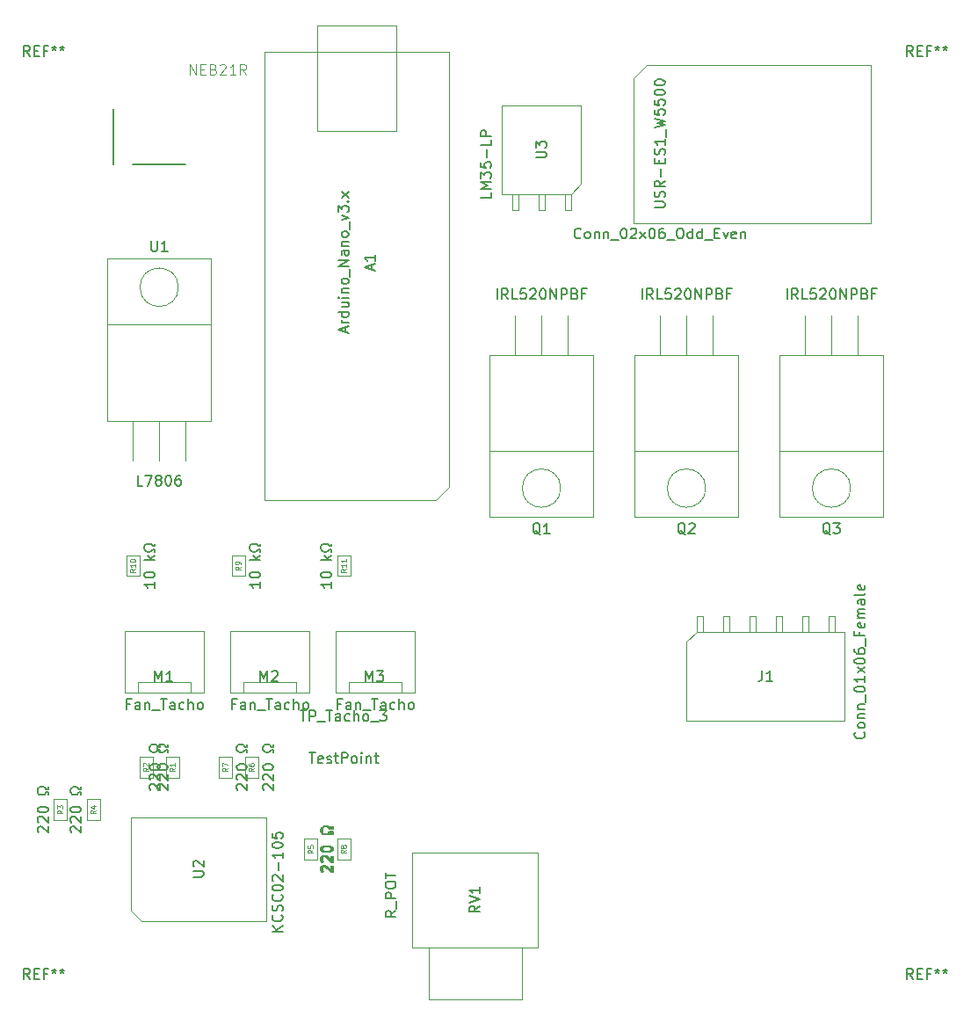
<source format=gbr>
%TF.GenerationSoftware,KiCad,Pcbnew,(5.1.10)-1*%
%TF.CreationDate,2021-06-07T21:45:38+02:00*%
%TF.ProjectId,SteuerungPCB,53746575-6572-4756-9e67-5043422e6b69,rev?*%
%TF.SameCoordinates,Original*%
%TF.FileFunction,Other,Fab,Top*%
%FSLAX46Y46*%
G04 Gerber Fmt 4.6, Leading zero omitted, Abs format (unit mm)*
G04 Created by KiCad (PCBNEW (5.1.10)-1) date 2021-06-07 21:45:38*
%MOMM*%
%LPD*%
G01*
G04 APERTURE LIST*
%ADD10C,0.203200*%
%ADD11C,0.100000*%
%ADD12C,0.015000*%
%ADD13C,0.150000*%
%ADD14C,0.080000*%
G04 APERTURE END LIST*
D10*
%TO.C,Vin1*%
X92723000Y-26100000D02*
X97777000Y-26100000D01*
X90850000Y-20800000D02*
X90850000Y-26100000D01*
D11*
%TO.C,RV1*%
X131740000Y-92380000D02*
X119640000Y-92380000D01*
X119640000Y-92380000D02*
X119640000Y-101520000D01*
X119640000Y-101520000D02*
X131740000Y-101520000D01*
X131740000Y-101520000D02*
X131740000Y-92380000D01*
X130190000Y-101520000D02*
X121190000Y-101520000D01*
X121190000Y-101520000D02*
X121190000Y-106520000D01*
X121190000Y-106520000D02*
X130190000Y-106520000D01*
X130190000Y-106520000D02*
X130190000Y-101520000D01*
X128690000Y-106520000D02*
X122690000Y-106520000D01*
%TO.C,USR-ES1_W5500*%
X140970000Y-17780000D02*
X142240000Y-16510000D01*
X140970000Y-31750000D02*
X140970000Y-17780000D01*
X163830000Y-31750000D02*
X140970000Y-31750000D01*
X163830000Y-16510000D02*
X163830000Y-31750000D01*
X142240000Y-16510000D02*
X163830000Y-16510000D01*
%TO.C,U2*%
X92560000Y-88980000D02*
X105560000Y-88980000D01*
X105560000Y-88980000D02*
X105560000Y-98980000D01*
X105560000Y-98980000D02*
X93560000Y-98980000D01*
X93560000Y-98980000D02*
X92560000Y-97980000D01*
X92560000Y-97980000D02*
X92560000Y-88980000D01*
%TO.C,R11*%
X112405000Y-65770000D02*
X112405000Y-63770000D01*
X113655000Y-65770000D02*
X112405000Y-65770000D01*
X113655000Y-63770000D02*
X113655000Y-65770000D01*
X112405000Y-63770000D02*
X113655000Y-63770000D01*
%TO.C,R10*%
X93335000Y-63770000D02*
X93335000Y-65770000D01*
X92085000Y-63770000D02*
X93335000Y-63770000D01*
X92085000Y-65770000D02*
X92085000Y-63770000D01*
X93335000Y-65770000D02*
X92085000Y-65770000D01*
%TO.C,R9*%
X103495000Y-63770000D02*
X103495000Y-65770000D01*
X102245000Y-63770000D02*
X103495000Y-63770000D01*
X102245000Y-65770000D02*
X102245000Y-63770000D01*
X103495000Y-65770000D02*
X102245000Y-65770000D01*
%TO.C,R8*%
X112405000Y-93075000D02*
X112405000Y-91075000D01*
X113655000Y-93075000D02*
X112405000Y-93075000D01*
X113655000Y-91075000D02*
X113655000Y-93075000D01*
X112405000Y-91075000D02*
X113655000Y-91075000D01*
%TO.C,R7*%
X102225000Y-83177500D02*
X102225000Y-85177500D01*
X100975000Y-83177500D02*
X102225000Y-83177500D01*
X100975000Y-85177500D02*
X100975000Y-83177500D01*
X102225000Y-85177500D02*
X100975000Y-85177500D01*
%TO.C,R6*%
X104765000Y-83177500D02*
X104765000Y-85177500D01*
X103515000Y-83177500D02*
X104765000Y-83177500D01*
X103515000Y-85177500D02*
X103515000Y-83177500D01*
X104765000Y-85177500D02*
X103515000Y-85177500D01*
%TO.C,R5*%
X110480000Y-91075000D02*
X110480000Y-93075000D01*
X109230000Y-91075000D02*
X110480000Y-91075000D01*
X109230000Y-93075000D02*
X109230000Y-91075000D01*
X110480000Y-93075000D02*
X109230000Y-93075000D01*
%TO.C,R4*%
X88275000Y-89265000D02*
X88275000Y-87265000D01*
X89525000Y-89265000D02*
X88275000Y-89265000D01*
X89525000Y-87265000D02*
X89525000Y-89265000D01*
X88275000Y-87265000D02*
X89525000Y-87265000D01*
%TO.C,R3*%
X85100000Y-89265000D02*
X85100000Y-87265000D01*
X86350000Y-89265000D02*
X85100000Y-89265000D01*
X86350000Y-87265000D02*
X86350000Y-89265000D01*
X85100000Y-87265000D02*
X86350000Y-87265000D01*
%TO.C,R2*%
X94605000Y-83177500D02*
X94605000Y-85177500D01*
X93355000Y-83177500D02*
X94605000Y-83177500D01*
X93355000Y-85177500D02*
X93355000Y-83177500D01*
X94605000Y-85177500D02*
X93355000Y-85177500D01*
%TO.C,R1*%
X95895000Y-85177500D02*
X95895000Y-83177500D01*
X97145000Y-85177500D02*
X95895000Y-85177500D01*
X97145000Y-83177500D02*
X97145000Y-85177500D01*
X95895000Y-83177500D02*
X97145000Y-83177500D01*
%TO.C,U1*%
X97100000Y-37950000D02*
G75*
G03*
X97100000Y-37950000I-1850000J0D01*
G01*
X100250000Y-41550000D02*
X100250000Y-35150000D01*
X100250000Y-35150000D02*
X90250000Y-35150000D01*
X90250000Y-35150000D02*
X90250000Y-41550000D01*
X90250000Y-41550000D02*
X100250000Y-41550000D01*
X100250000Y-50800000D02*
X100250000Y-41550000D01*
X100250000Y-41550000D02*
X90250000Y-41550000D01*
X90250000Y-41550000D02*
X90250000Y-50800000D01*
X90250000Y-50800000D02*
X100250000Y-50800000D01*
X97790000Y-50800000D02*
X97790000Y-54610000D01*
X95250000Y-50800000D02*
X95250000Y-54610000D01*
X92710000Y-50800000D02*
X92710000Y-54610000D01*
%TO.C,Q3*%
X161870000Y-57300000D02*
G75*
G03*
X161870000Y-57300000I-1850000J0D01*
G01*
X155020000Y-53700000D02*
X155020000Y-60100000D01*
X155020000Y-60100000D02*
X165020000Y-60100000D01*
X165020000Y-60100000D02*
X165020000Y-53700000D01*
X165020000Y-53700000D02*
X155020000Y-53700000D01*
X155020000Y-44450000D02*
X155020000Y-53700000D01*
X155020000Y-53700000D02*
X165020000Y-53700000D01*
X165020000Y-53700000D02*
X165020000Y-44450000D01*
X165020000Y-44450000D02*
X155020000Y-44450000D01*
X157480000Y-44450000D02*
X157480000Y-40640000D01*
X160020000Y-44450000D02*
X160020000Y-40640000D01*
X162560000Y-44450000D02*
X162560000Y-40640000D01*
%TO.C,Q2*%
X147900000Y-57300000D02*
G75*
G03*
X147900000Y-57300000I-1850000J0D01*
G01*
X141050000Y-53700000D02*
X141050000Y-60100000D01*
X141050000Y-60100000D02*
X151050000Y-60100000D01*
X151050000Y-60100000D02*
X151050000Y-53700000D01*
X151050000Y-53700000D02*
X141050000Y-53700000D01*
X141050000Y-44450000D02*
X141050000Y-53700000D01*
X141050000Y-53700000D02*
X151050000Y-53700000D01*
X151050000Y-53700000D02*
X151050000Y-44450000D01*
X151050000Y-44450000D02*
X141050000Y-44450000D01*
X143510000Y-44450000D02*
X143510000Y-40640000D01*
X146050000Y-44450000D02*
X146050000Y-40640000D01*
X148590000Y-44450000D02*
X148590000Y-40640000D01*
%TO.C,Q1*%
X133930000Y-57300000D02*
G75*
G03*
X133930000Y-57300000I-1850000J0D01*
G01*
X127080000Y-53700000D02*
X127080000Y-60100000D01*
X127080000Y-60100000D02*
X137080000Y-60100000D01*
X137080000Y-60100000D02*
X137080000Y-53700000D01*
X137080000Y-53700000D02*
X127080000Y-53700000D01*
X127080000Y-44450000D02*
X127080000Y-53700000D01*
X127080000Y-53700000D02*
X137080000Y-53700000D01*
X137080000Y-53700000D02*
X137080000Y-44450000D01*
X137080000Y-44450000D02*
X127080000Y-44450000D01*
X129540000Y-44450000D02*
X129540000Y-40640000D01*
X132080000Y-44450000D02*
X132080000Y-40640000D01*
X134620000Y-44450000D02*
X134620000Y-40640000D01*
%TO.C,M3*%
X119880000Y-76960000D02*
X112280000Y-76960000D01*
X119880000Y-71110000D02*
X119880000Y-76960000D01*
X112280000Y-71110000D02*
X119880000Y-71110000D01*
X112280000Y-76960000D02*
X112280000Y-71110000D01*
X113530000Y-75960000D02*
X113530000Y-76960000D01*
X118580000Y-75960000D02*
X113530000Y-75960000D01*
X118580000Y-76960000D02*
X118580000Y-75960000D01*
%TO.C,U3*%
X129240000Y-30480000D02*
X129840000Y-30480000D01*
X129240000Y-28960000D02*
X129240000Y-30480000D01*
X129840000Y-30480000D02*
X129840000Y-28960000D01*
X131780000Y-30480000D02*
X132380000Y-30480000D01*
X131780000Y-28960000D02*
X131780000Y-30480000D01*
X132380000Y-30480000D02*
X132380000Y-28960000D01*
X134320000Y-30480000D02*
X134920000Y-30480000D01*
X134320000Y-28960000D02*
X134320000Y-30480000D01*
X134920000Y-30480000D02*
X134920000Y-28960000D01*
X128270000Y-20450000D02*
X135890000Y-20450000D01*
X128270000Y-28960000D02*
X128270000Y-20450000D01*
X134920000Y-28960000D02*
X128270000Y-28960000D01*
X135890000Y-27990000D02*
X134920000Y-28960000D01*
X135890000Y-20450000D02*
X135890000Y-27990000D01*
%TO.C,M2*%
X109720000Y-76960000D02*
X102120000Y-76960000D01*
X109720000Y-71110000D02*
X109720000Y-76960000D01*
X102120000Y-71110000D02*
X109720000Y-71110000D01*
X102120000Y-76960000D02*
X102120000Y-71110000D01*
X103370000Y-75960000D02*
X103370000Y-76960000D01*
X108420000Y-75960000D02*
X103370000Y-75960000D01*
X108420000Y-76960000D02*
X108420000Y-75960000D01*
%TO.C,M1*%
X99560000Y-76960000D02*
X91960000Y-76960000D01*
X99560000Y-71110000D02*
X99560000Y-76960000D01*
X91960000Y-71110000D02*
X99560000Y-71110000D01*
X91960000Y-76960000D02*
X91960000Y-71110000D01*
X93210000Y-75960000D02*
X93210000Y-76960000D01*
X98260000Y-75960000D02*
X93210000Y-75960000D01*
X98260000Y-76960000D02*
X98260000Y-75960000D01*
%TO.C,J1*%
X160320000Y-69640000D02*
X159720000Y-69640000D01*
X160320000Y-71160000D02*
X160320000Y-69640000D01*
X159720000Y-69640000D02*
X159720000Y-71160000D01*
X157780000Y-69640000D02*
X157180000Y-69640000D01*
X157780000Y-71160000D02*
X157780000Y-69640000D01*
X157180000Y-69640000D02*
X157180000Y-71160000D01*
X155240000Y-69640000D02*
X154640000Y-69640000D01*
X155240000Y-71160000D02*
X155240000Y-69640000D01*
X154640000Y-69640000D02*
X154640000Y-71160000D01*
X152700000Y-69640000D02*
X152100000Y-69640000D01*
X152700000Y-71160000D02*
X152700000Y-69640000D01*
X152100000Y-69640000D02*
X152100000Y-71160000D01*
X150160000Y-69640000D02*
X149560000Y-69640000D01*
X150160000Y-71160000D02*
X150160000Y-69640000D01*
X149560000Y-69640000D02*
X149560000Y-71160000D01*
X147620000Y-69640000D02*
X147020000Y-69640000D01*
X147620000Y-71160000D02*
X147620000Y-69640000D01*
X147020000Y-69640000D02*
X147020000Y-71160000D01*
X161290000Y-79670000D02*
X146050000Y-79670000D01*
X161290000Y-71160000D02*
X161290000Y-79670000D01*
X147020000Y-71160000D02*
X161290000Y-71160000D01*
X146050000Y-72130000D02*
X147020000Y-71160000D01*
X146050000Y-79670000D02*
X146050000Y-72130000D01*
%TO.C,A1*%
X118110000Y-22860000D02*
X110490000Y-22860000D01*
X110490000Y-22860000D02*
X110490000Y-12700000D01*
X110490000Y-12700000D02*
X118110000Y-12700000D01*
X118110000Y-12700000D02*
X118110000Y-22860000D01*
X105410000Y-15240000D02*
X123190000Y-15240000D01*
X123190000Y-15240000D02*
X123190000Y-57150000D01*
X123190000Y-57150000D02*
X121920000Y-58420000D01*
X121920000Y-58420000D02*
X105410000Y-58420000D01*
X105410000Y-58420000D02*
X105410000Y-15240000D01*
%TD*%
%TO.C,Vin1*%
D12*
X98194523Y-17462380D02*
X98194523Y-16462380D01*
X98765952Y-17462380D01*
X98765952Y-16462380D01*
X99242142Y-16938571D02*
X99575476Y-16938571D01*
X99718333Y-17462380D02*
X99242142Y-17462380D01*
X99242142Y-16462380D01*
X99718333Y-16462380D01*
X100480238Y-16938571D02*
X100623095Y-16986190D01*
X100670714Y-17033809D01*
X100718333Y-17129047D01*
X100718333Y-17271904D01*
X100670714Y-17367142D01*
X100623095Y-17414761D01*
X100527857Y-17462380D01*
X100146904Y-17462380D01*
X100146904Y-16462380D01*
X100480238Y-16462380D01*
X100575476Y-16510000D01*
X100623095Y-16557619D01*
X100670714Y-16652857D01*
X100670714Y-16748095D01*
X100623095Y-16843333D01*
X100575476Y-16890952D01*
X100480238Y-16938571D01*
X100146904Y-16938571D01*
X101099285Y-16557619D02*
X101146904Y-16510000D01*
X101242142Y-16462380D01*
X101480238Y-16462380D01*
X101575476Y-16510000D01*
X101623095Y-16557619D01*
X101670714Y-16652857D01*
X101670714Y-16748095D01*
X101623095Y-16890952D01*
X101051666Y-17462380D01*
X101670714Y-17462380D01*
X102623095Y-17462380D02*
X102051666Y-17462380D01*
X102337380Y-17462380D02*
X102337380Y-16462380D01*
X102242142Y-16605238D01*
X102146904Y-16700476D01*
X102051666Y-16748095D01*
X103623095Y-17462380D02*
X103289761Y-16986190D01*
X103051666Y-17462380D02*
X103051666Y-16462380D01*
X103432619Y-16462380D01*
X103527857Y-16510000D01*
X103575476Y-16557619D01*
X103623095Y-16652857D01*
X103623095Y-16795714D01*
X103575476Y-16890952D01*
X103527857Y-16938571D01*
X103432619Y-16986190D01*
X103051666Y-16986190D01*
%TO.C,RV1*%
D13*
X118042380Y-97996190D02*
X117566190Y-98329523D01*
X118042380Y-98567619D02*
X117042380Y-98567619D01*
X117042380Y-98186666D01*
X117090000Y-98091428D01*
X117137619Y-98043809D01*
X117232857Y-97996190D01*
X117375714Y-97996190D01*
X117470952Y-98043809D01*
X117518571Y-98091428D01*
X117566190Y-98186666D01*
X117566190Y-98567619D01*
X118137619Y-97805714D02*
X118137619Y-97043809D01*
X118042380Y-96805714D02*
X117042380Y-96805714D01*
X117042380Y-96424761D01*
X117090000Y-96329523D01*
X117137619Y-96281904D01*
X117232857Y-96234285D01*
X117375714Y-96234285D01*
X117470952Y-96281904D01*
X117518571Y-96329523D01*
X117566190Y-96424761D01*
X117566190Y-96805714D01*
X117042380Y-95615238D02*
X117042380Y-95424761D01*
X117090000Y-95329523D01*
X117185238Y-95234285D01*
X117375714Y-95186666D01*
X117709047Y-95186666D01*
X117899523Y-95234285D01*
X117994761Y-95329523D01*
X118042380Y-95424761D01*
X118042380Y-95615238D01*
X117994761Y-95710476D01*
X117899523Y-95805714D01*
X117709047Y-95853333D01*
X117375714Y-95853333D01*
X117185238Y-95805714D01*
X117090000Y-95710476D01*
X117042380Y-95615238D01*
X117042380Y-94900952D02*
X117042380Y-94329523D01*
X118042380Y-94615238D02*
X117042380Y-94615238D01*
X126142380Y-97545238D02*
X125666190Y-97878571D01*
X126142380Y-98116666D02*
X125142380Y-98116666D01*
X125142380Y-97735714D01*
X125190000Y-97640476D01*
X125237619Y-97592857D01*
X125332857Y-97545238D01*
X125475714Y-97545238D01*
X125570952Y-97592857D01*
X125618571Y-97640476D01*
X125666190Y-97735714D01*
X125666190Y-98116666D01*
X125142380Y-97259523D02*
X126142380Y-96926190D01*
X125142380Y-96592857D01*
X126142380Y-95735714D02*
X126142380Y-96307142D01*
X126142380Y-96021428D02*
X125142380Y-96021428D01*
X125285238Y-96116666D01*
X125380476Y-96211904D01*
X125428095Y-96307142D01*
%TO.C,USR-ES1_W5500*%
X135867142Y-33167142D02*
X135819523Y-33214761D01*
X135676666Y-33262380D01*
X135581428Y-33262380D01*
X135438571Y-33214761D01*
X135343333Y-33119523D01*
X135295714Y-33024285D01*
X135248095Y-32833809D01*
X135248095Y-32690952D01*
X135295714Y-32500476D01*
X135343333Y-32405238D01*
X135438571Y-32310000D01*
X135581428Y-32262380D01*
X135676666Y-32262380D01*
X135819523Y-32310000D01*
X135867142Y-32357619D01*
X136438571Y-33262380D02*
X136343333Y-33214761D01*
X136295714Y-33167142D01*
X136248095Y-33071904D01*
X136248095Y-32786190D01*
X136295714Y-32690952D01*
X136343333Y-32643333D01*
X136438571Y-32595714D01*
X136581428Y-32595714D01*
X136676666Y-32643333D01*
X136724285Y-32690952D01*
X136771904Y-32786190D01*
X136771904Y-33071904D01*
X136724285Y-33167142D01*
X136676666Y-33214761D01*
X136581428Y-33262380D01*
X136438571Y-33262380D01*
X137200476Y-32595714D02*
X137200476Y-33262380D01*
X137200476Y-32690952D02*
X137248095Y-32643333D01*
X137343333Y-32595714D01*
X137486190Y-32595714D01*
X137581428Y-32643333D01*
X137629047Y-32738571D01*
X137629047Y-33262380D01*
X138105238Y-32595714D02*
X138105238Y-33262380D01*
X138105238Y-32690952D02*
X138152857Y-32643333D01*
X138248095Y-32595714D01*
X138390952Y-32595714D01*
X138486190Y-32643333D01*
X138533809Y-32738571D01*
X138533809Y-33262380D01*
X138771904Y-33357619D02*
X139533809Y-33357619D01*
X139962380Y-32262380D02*
X140057619Y-32262380D01*
X140152857Y-32310000D01*
X140200476Y-32357619D01*
X140248095Y-32452857D01*
X140295714Y-32643333D01*
X140295714Y-32881428D01*
X140248095Y-33071904D01*
X140200476Y-33167142D01*
X140152857Y-33214761D01*
X140057619Y-33262380D01*
X139962380Y-33262380D01*
X139867142Y-33214761D01*
X139819523Y-33167142D01*
X139771904Y-33071904D01*
X139724285Y-32881428D01*
X139724285Y-32643333D01*
X139771904Y-32452857D01*
X139819523Y-32357619D01*
X139867142Y-32310000D01*
X139962380Y-32262380D01*
X140676666Y-32357619D02*
X140724285Y-32310000D01*
X140819523Y-32262380D01*
X141057619Y-32262380D01*
X141152857Y-32310000D01*
X141200476Y-32357619D01*
X141248095Y-32452857D01*
X141248095Y-32548095D01*
X141200476Y-32690952D01*
X140629047Y-33262380D01*
X141248095Y-33262380D01*
X141581428Y-33262380D02*
X142105238Y-32595714D01*
X141581428Y-32595714D02*
X142105238Y-33262380D01*
X142676666Y-32262380D02*
X142771904Y-32262380D01*
X142867142Y-32310000D01*
X142914761Y-32357619D01*
X142962380Y-32452857D01*
X143010000Y-32643333D01*
X143010000Y-32881428D01*
X142962380Y-33071904D01*
X142914761Y-33167142D01*
X142867142Y-33214761D01*
X142771904Y-33262380D01*
X142676666Y-33262380D01*
X142581428Y-33214761D01*
X142533809Y-33167142D01*
X142486190Y-33071904D01*
X142438571Y-32881428D01*
X142438571Y-32643333D01*
X142486190Y-32452857D01*
X142533809Y-32357619D01*
X142581428Y-32310000D01*
X142676666Y-32262380D01*
X143867142Y-32262380D02*
X143676666Y-32262380D01*
X143581428Y-32310000D01*
X143533809Y-32357619D01*
X143438571Y-32500476D01*
X143390952Y-32690952D01*
X143390952Y-33071904D01*
X143438571Y-33167142D01*
X143486190Y-33214761D01*
X143581428Y-33262380D01*
X143771904Y-33262380D01*
X143867142Y-33214761D01*
X143914761Y-33167142D01*
X143962380Y-33071904D01*
X143962380Y-32833809D01*
X143914761Y-32738571D01*
X143867142Y-32690952D01*
X143771904Y-32643333D01*
X143581428Y-32643333D01*
X143486190Y-32690952D01*
X143438571Y-32738571D01*
X143390952Y-32833809D01*
X144152857Y-33357619D02*
X144914761Y-33357619D01*
X145343333Y-32262380D02*
X145533809Y-32262380D01*
X145629047Y-32310000D01*
X145724285Y-32405238D01*
X145771904Y-32595714D01*
X145771904Y-32929047D01*
X145724285Y-33119523D01*
X145629047Y-33214761D01*
X145533809Y-33262380D01*
X145343333Y-33262380D01*
X145248095Y-33214761D01*
X145152857Y-33119523D01*
X145105238Y-32929047D01*
X145105238Y-32595714D01*
X145152857Y-32405238D01*
X145248095Y-32310000D01*
X145343333Y-32262380D01*
X146629047Y-33262380D02*
X146629047Y-32262380D01*
X146629047Y-33214761D02*
X146533809Y-33262380D01*
X146343333Y-33262380D01*
X146248095Y-33214761D01*
X146200476Y-33167142D01*
X146152857Y-33071904D01*
X146152857Y-32786190D01*
X146200476Y-32690952D01*
X146248095Y-32643333D01*
X146343333Y-32595714D01*
X146533809Y-32595714D01*
X146629047Y-32643333D01*
X147533809Y-33262380D02*
X147533809Y-32262380D01*
X147533809Y-33214761D02*
X147438571Y-33262380D01*
X147248095Y-33262380D01*
X147152857Y-33214761D01*
X147105238Y-33167142D01*
X147057619Y-33071904D01*
X147057619Y-32786190D01*
X147105238Y-32690952D01*
X147152857Y-32643333D01*
X147248095Y-32595714D01*
X147438571Y-32595714D01*
X147533809Y-32643333D01*
X147771904Y-33357619D02*
X148533809Y-33357619D01*
X148771904Y-32738571D02*
X149105238Y-32738571D01*
X149248095Y-33262380D02*
X148771904Y-33262380D01*
X148771904Y-32262380D01*
X149248095Y-32262380D01*
X149581428Y-32595714D02*
X149819523Y-33262380D01*
X150057619Y-32595714D01*
X150819523Y-33214761D02*
X150724285Y-33262380D01*
X150533809Y-33262380D01*
X150438571Y-33214761D01*
X150390952Y-33119523D01*
X150390952Y-32738571D01*
X150438571Y-32643333D01*
X150533809Y-32595714D01*
X150724285Y-32595714D01*
X150819523Y-32643333D01*
X150867142Y-32738571D01*
X150867142Y-32833809D01*
X150390952Y-32929047D01*
X151295714Y-32595714D02*
X151295714Y-33262380D01*
X151295714Y-32690952D02*
X151343333Y-32643333D01*
X151438571Y-32595714D01*
X151581428Y-32595714D01*
X151676666Y-32643333D01*
X151724285Y-32738571D01*
X151724285Y-33262380D01*
X142962380Y-30272857D02*
X143771904Y-30272857D01*
X143867142Y-30225238D01*
X143914761Y-30177619D01*
X143962380Y-30082380D01*
X143962380Y-29891904D01*
X143914761Y-29796666D01*
X143867142Y-29749047D01*
X143771904Y-29701428D01*
X142962380Y-29701428D01*
X143914761Y-29272857D02*
X143962380Y-29130000D01*
X143962380Y-28891904D01*
X143914761Y-28796666D01*
X143867142Y-28749047D01*
X143771904Y-28701428D01*
X143676666Y-28701428D01*
X143581428Y-28749047D01*
X143533809Y-28796666D01*
X143486190Y-28891904D01*
X143438571Y-29082380D01*
X143390952Y-29177619D01*
X143343333Y-29225238D01*
X143248095Y-29272857D01*
X143152857Y-29272857D01*
X143057619Y-29225238D01*
X143010000Y-29177619D01*
X142962380Y-29082380D01*
X142962380Y-28844285D01*
X143010000Y-28701428D01*
X143962380Y-27701428D02*
X143486190Y-28034761D01*
X143962380Y-28272857D02*
X142962380Y-28272857D01*
X142962380Y-27891904D01*
X143010000Y-27796666D01*
X143057619Y-27749047D01*
X143152857Y-27701428D01*
X143295714Y-27701428D01*
X143390952Y-27749047D01*
X143438571Y-27796666D01*
X143486190Y-27891904D01*
X143486190Y-28272857D01*
X143581428Y-27272857D02*
X143581428Y-26510952D01*
X143438571Y-26034761D02*
X143438571Y-25701428D01*
X143962380Y-25558571D02*
X143962380Y-26034761D01*
X142962380Y-26034761D01*
X142962380Y-25558571D01*
X143914761Y-25177619D02*
X143962380Y-25034761D01*
X143962380Y-24796666D01*
X143914761Y-24701428D01*
X143867142Y-24653809D01*
X143771904Y-24606190D01*
X143676666Y-24606190D01*
X143581428Y-24653809D01*
X143533809Y-24701428D01*
X143486190Y-24796666D01*
X143438571Y-24987142D01*
X143390952Y-25082380D01*
X143343333Y-25130000D01*
X143248095Y-25177619D01*
X143152857Y-25177619D01*
X143057619Y-25130000D01*
X143010000Y-25082380D01*
X142962380Y-24987142D01*
X142962380Y-24749047D01*
X143010000Y-24606190D01*
X143962380Y-23653809D02*
X143962380Y-24225238D01*
X143962380Y-23939523D02*
X142962380Y-23939523D01*
X143105238Y-24034761D01*
X143200476Y-24130000D01*
X143248095Y-24225238D01*
X144057619Y-23463333D02*
X144057619Y-22701428D01*
X142962380Y-22558571D02*
X143962380Y-22320476D01*
X143248095Y-22130000D01*
X143962380Y-21939523D01*
X142962380Y-21701428D01*
X142962380Y-20844285D02*
X142962380Y-21320476D01*
X143438571Y-21368095D01*
X143390952Y-21320476D01*
X143343333Y-21225238D01*
X143343333Y-20987142D01*
X143390952Y-20891904D01*
X143438571Y-20844285D01*
X143533809Y-20796666D01*
X143771904Y-20796666D01*
X143867142Y-20844285D01*
X143914761Y-20891904D01*
X143962380Y-20987142D01*
X143962380Y-21225238D01*
X143914761Y-21320476D01*
X143867142Y-21368095D01*
X142962380Y-19891904D02*
X142962380Y-20368095D01*
X143438571Y-20415714D01*
X143390952Y-20368095D01*
X143343333Y-20272857D01*
X143343333Y-20034761D01*
X143390952Y-19939523D01*
X143438571Y-19891904D01*
X143533809Y-19844285D01*
X143771904Y-19844285D01*
X143867142Y-19891904D01*
X143914761Y-19939523D01*
X143962380Y-20034761D01*
X143962380Y-20272857D01*
X143914761Y-20368095D01*
X143867142Y-20415714D01*
X142962380Y-19225238D02*
X142962380Y-19130000D01*
X143010000Y-19034761D01*
X143057619Y-18987142D01*
X143152857Y-18939523D01*
X143343333Y-18891904D01*
X143581428Y-18891904D01*
X143771904Y-18939523D01*
X143867142Y-18987142D01*
X143914761Y-19034761D01*
X143962380Y-19130000D01*
X143962380Y-19225238D01*
X143914761Y-19320476D01*
X143867142Y-19368095D01*
X143771904Y-19415714D01*
X143581428Y-19463333D01*
X143343333Y-19463333D01*
X143152857Y-19415714D01*
X143057619Y-19368095D01*
X143010000Y-19320476D01*
X142962380Y-19225238D01*
X142962380Y-18272857D02*
X142962380Y-18177619D01*
X143010000Y-18082380D01*
X143057619Y-18034761D01*
X143152857Y-17987142D01*
X143343333Y-17939523D01*
X143581428Y-17939523D01*
X143771904Y-17987142D01*
X143867142Y-18034761D01*
X143914761Y-18082380D01*
X143962380Y-18177619D01*
X143962380Y-18272857D01*
X143914761Y-18368095D01*
X143867142Y-18415714D01*
X143771904Y-18463333D01*
X143581428Y-18510952D01*
X143343333Y-18510952D01*
X143152857Y-18463333D01*
X143057619Y-18415714D01*
X143010000Y-18368095D01*
X142962380Y-18272857D01*
%TO.C,U2*%
X107132380Y-99988095D02*
X106132380Y-99988095D01*
X107132380Y-99416666D02*
X106560952Y-99845238D01*
X106132380Y-99416666D02*
X106703809Y-99988095D01*
X107037142Y-98416666D02*
X107084761Y-98464285D01*
X107132380Y-98607142D01*
X107132380Y-98702380D01*
X107084761Y-98845238D01*
X106989523Y-98940476D01*
X106894285Y-98988095D01*
X106703809Y-99035714D01*
X106560952Y-99035714D01*
X106370476Y-98988095D01*
X106275238Y-98940476D01*
X106180000Y-98845238D01*
X106132380Y-98702380D01*
X106132380Y-98607142D01*
X106180000Y-98464285D01*
X106227619Y-98416666D01*
X107084761Y-98035714D02*
X107132380Y-97892857D01*
X107132380Y-97654761D01*
X107084761Y-97559523D01*
X107037142Y-97511904D01*
X106941904Y-97464285D01*
X106846666Y-97464285D01*
X106751428Y-97511904D01*
X106703809Y-97559523D01*
X106656190Y-97654761D01*
X106608571Y-97845238D01*
X106560952Y-97940476D01*
X106513333Y-97988095D01*
X106418095Y-98035714D01*
X106322857Y-98035714D01*
X106227619Y-97988095D01*
X106180000Y-97940476D01*
X106132380Y-97845238D01*
X106132380Y-97607142D01*
X106180000Y-97464285D01*
X107037142Y-96464285D02*
X107084761Y-96511904D01*
X107132380Y-96654761D01*
X107132380Y-96750000D01*
X107084761Y-96892857D01*
X106989523Y-96988095D01*
X106894285Y-97035714D01*
X106703809Y-97083333D01*
X106560952Y-97083333D01*
X106370476Y-97035714D01*
X106275238Y-96988095D01*
X106180000Y-96892857D01*
X106132380Y-96750000D01*
X106132380Y-96654761D01*
X106180000Y-96511904D01*
X106227619Y-96464285D01*
X106132380Y-95845238D02*
X106132380Y-95750000D01*
X106180000Y-95654761D01*
X106227619Y-95607142D01*
X106322857Y-95559523D01*
X106513333Y-95511904D01*
X106751428Y-95511904D01*
X106941904Y-95559523D01*
X107037142Y-95607142D01*
X107084761Y-95654761D01*
X107132380Y-95750000D01*
X107132380Y-95845238D01*
X107084761Y-95940476D01*
X107037142Y-95988095D01*
X106941904Y-96035714D01*
X106751428Y-96083333D01*
X106513333Y-96083333D01*
X106322857Y-96035714D01*
X106227619Y-95988095D01*
X106180000Y-95940476D01*
X106132380Y-95845238D01*
X106227619Y-95130952D02*
X106180000Y-95083333D01*
X106132380Y-94988095D01*
X106132380Y-94750000D01*
X106180000Y-94654761D01*
X106227619Y-94607142D01*
X106322857Y-94559523D01*
X106418095Y-94559523D01*
X106560952Y-94607142D01*
X107132380Y-95178571D01*
X107132380Y-94559523D01*
X106751428Y-94130952D02*
X106751428Y-93369047D01*
X107132380Y-92369047D02*
X107132380Y-92940476D01*
X107132380Y-92654761D02*
X106132380Y-92654761D01*
X106275238Y-92750000D01*
X106370476Y-92845238D01*
X106418095Y-92940476D01*
X106132380Y-91750000D02*
X106132380Y-91654761D01*
X106180000Y-91559523D01*
X106227619Y-91511904D01*
X106322857Y-91464285D01*
X106513333Y-91416666D01*
X106751428Y-91416666D01*
X106941904Y-91464285D01*
X107037142Y-91511904D01*
X107084761Y-91559523D01*
X107132380Y-91654761D01*
X107132380Y-91750000D01*
X107084761Y-91845238D01*
X107037142Y-91892857D01*
X106941904Y-91940476D01*
X106751428Y-91988095D01*
X106513333Y-91988095D01*
X106322857Y-91940476D01*
X106227619Y-91892857D01*
X106180000Y-91845238D01*
X106132380Y-91750000D01*
X106132380Y-90511904D02*
X106132380Y-90988095D01*
X106608571Y-91035714D01*
X106560952Y-90988095D01*
X106513333Y-90892857D01*
X106513333Y-90654761D01*
X106560952Y-90559523D01*
X106608571Y-90511904D01*
X106703809Y-90464285D01*
X106941904Y-90464285D01*
X107037142Y-90511904D01*
X107084761Y-90559523D01*
X107132380Y-90654761D01*
X107132380Y-90892857D01*
X107084761Y-90988095D01*
X107037142Y-91035714D01*
X98512380Y-94741904D02*
X99321904Y-94741904D01*
X99417142Y-94694285D01*
X99464761Y-94646666D01*
X99512380Y-94551428D01*
X99512380Y-94360952D01*
X99464761Y-94265714D01*
X99417142Y-94218095D01*
X99321904Y-94170476D01*
X98512380Y-94170476D01*
X98607619Y-93741904D02*
X98560000Y-93694285D01*
X98512380Y-93599047D01*
X98512380Y-93360952D01*
X98560000Y-93265714D01*
X98607619Y-93218095D01*
X98702857Y-93170476D01*
X98798095Y-93170476D01*
X98940952Y-93218095D01*
X99512380Y-93789523D01*
X99512380Y-93170476D01*
%TO.C,REF\u002A\u002A*%
X167876666Y-15692380D02*
X167543333Y-15216190D01*
X167305238Y-15692380D02*
X167305238Y-14692380D01*
X167686190Y-14692380D01*
X167781428Y-14740000D01*
X167829047Y-14787619D01*
X167876666Y-14882857D01*
X167876666Y-15025714D01*
X167829047Y-15120952D01*
X167781428Y-15168571D01*
X167686190Y-15216190D01*
X167305238Y-15216190D01*
X168305238Y-15168571D02*
X168638571Y-15168571D01*
X168781428Y-15692380D02*
X168305238Y-15692380D01*
X168305238Y-14692380D01*
X168781428Y-14692380D01*
X169543333Y-15168571D02*
X169210000Y-15168571D01*
X169210000Y-15692380D02*
X169210000Y-14692380D01*
X169686190Y-14692380D01*
X170210000Y-14692380D02*
X170210000Y-14930476D01*
X169971904Y-14835238D02*
X170210000Y-14930476D01*
X170448095Y-14835238D01*
X170067142Y-15120952D02*
X170210000Y-14930476D01*
X170352857Y-15120952D01*
X170971904Y-14692380D02*
X170971904Y-14930476D01*
X170733809Y-14835238D02*
X170971904Y-14930476D01*
X171210000Y-14835238D01*
X170829047Y-15120952D02*
X170971904Y-14930476D01*
X171114761Y-15120952D01*
X167876666Y-104592380D02*
X167543333Y-104116190D01*
X167305238Y-104592380D02*
X167305238Y-103592380D01*
X167686190Y-103592380D01*
X167781428Y-103640000D01*
X167829047Y-103687619D01*
X167876666Y-103782857D01*
X167876666Y-103925714D01*
X167829047Y-104020952D01*
X167781428Y-104068571D01*
X167686190Y-104116190D01*
X167305238Y-104116190D01*
X168305238Y-104068571D02*
X168638571Y-104068571D01*
X168781428Y-104592380D02*
X168305238Y-104592380D01*
X168305238Y-103592380D01*
X168781428Y-103592380D01*
X169543333Y-104068571D02*
X169210000Y-104068571D01*
X169210000Y-104592380D02*
X169210000Y-103592380D01*
X169686190Y-103592380D01*
X170210000Y-103592380D02*
X170210000Y-103830476D01*
X169971904Y-103735238D02*
X170210000Y-103830476D01*
X170448095Y-103735238D01*
X170067142Y-104020952D02*
X170210000Y-103830476D01*
X170352857Y-104020952D01*
X170971904Y-103592380D02*
X170971904Y-103830476D01*
X170733809Y-103735238D02*
X170971904Y-103830476D01*
X171210000Y-103735238D01*
X170829047Y-104020952D02*
X170971904Y-103830476D01*
X171114761Y-104020952D01*
X82786666Y-104592380D02*
X82453333Y-104116190D01*
X82215238Y-104592380D02*
X82215238Y-103592380D01*
X82596190Y-103592380D01*
X82691428Y-103640000D01*
X82739047Y-103687619D01*
X82786666Y-103782857D01*
X82786666Y-103925714D01*
X82739047Y-104020952D01*
X82691428Y-104068571D01*
X82596190Y-104116190D01*
X82215238Y-104116190D01*
X83215238Y-104068571D02*
X83548571Y-104068571D01*
X83691428Y-104592380D02*
X83215238Y-104592380D01*
X83215238Y-103592380D01*
X83691428Y-103592380D01*
X84453333Y-104068571D02*
X84120000Y-104068571D01*
X84120000Y-104592380D02*
X84120000Y-103592380D01*
X84596190Y-103592380D01*
X85120000Y-103592380D02*
X85120000Y-103830476D01*
X84881904Y-103735238D02*
X85120000Y-103830476D01*
X85358095Y-103735238D01*
X84977142Y-104020952D02*
X85120000Y-103830476D01*
X85262857Y-104020952D01*
X85881904Y-103592380D02*
X85881904Y-103830476D01*
X85643809Y-103735238D02*
X85881904Y-103830476D01*
X86120000Y-103735238D01*
X85739047Y-104020952D02*
X85881904Y-103830476D01*
X86024761Y-104020952D01*
X82786666Y-15692380D02*
X82453333Y-15216190D01*
X82215238Y-15692380D02*
X82215238Y-14692380D01*
X82596190Y-14692380D01*
X82691428Y-14740000D01*
X82739047Y-14787619D01*
X82786666Y-14882857D01*
X82786666Y-15025714D01*
X82739047Y-15120952D01*
X82691428Y-15168571D01*
X82596190Y-15216190D01*
X82215238Y-15216190D01*
X83215238Y-15168571D02*
X83548571Y-15168571D01*
X83691428Y-15692380D02*
X83215238Y-15692380D01*
X83215238Y-14692380D01*
X83691428Y-14692380D01*
X84453333Y-15168571D02*
X84120000Y-15168571D01*
X84120000Y-15692380D02*
X84120000Y-14692380D01*
X84596190Y-14692380D01*
X85120000Y-14692380D02*
X85120000Y-14930476D01*
X84881904Y-14835238D02*
X85120000Y-14930476D01*
X85358095Y-14835238D01*
X84977142Y-15120952D02*
X85120000Y-14930476D01*
X85262857Y-15120952D01*
X85881904Y-14692380D02*
X85881904Y-14930476D01*
X85643809Y-14835238D02*
X85881904Y-14930476D01*
X86120000Y-14835238D01*
X85739047Y-15120952D02*
X85881904Y-14930476D01*
X86024761Y-15120952D01*
%TO.C,R11*%
X111832380Y-66317619D02*
X111832380Y-66889047D01*
X111832380Y-66603333D02*
X110832380Y-66603333D01*
X110975238Y-66698571D01*
X111070476Y-66793809D01*
X111118095Y-66889047D01*
X110832380Y-65698571D02*
X110832380Y-65603333D01*
X110880000Y-65508095D01*
X110927619Y-65460476D01*
X111022857Y-65412857D01*
X111213333Y-65365238D01*
X111451428Y-65365238D01*
X111641904Y-65412857D01*
X111737142Y-65460476D01*
X111784761Y-65508095D01*
X111832380Y-65603333D01*
X111832380Y-65698571D01*
X111784761Y-65793809D01*
X111737142Y-65841428D01*
X111641904Y-65889047D01*
X111451428Y-65936666D01*
X111213333Y-65936666D01*
X111022857Y-65889047D01*
X110927619Y-65841428D01*
X110880000Y-65793809D01*
X110832380Y-65698571D01*
X111832380Y-64174761D02*
X110832380Y-64174761D01*
X111451428Y-64079523D02*
X111832380Y-63793809D01*
X111165714Y-63793809D02*
X111546666Y-64174761D01*
X111832380Y-63412857D02*
X111832380Y-63174761D01*
X111641904Y-63174761D01*
X111594285Y-63270000D01*
X111499047Y-63365238D01*
X111356190Y-63412857D01*
X111118095Y-63412857D01*
X110975238Y-63365238D01*
X110880000Y-63270000D01*
X110832380Y-63127142D01*
X110832380Y-62936666D01*
X110880000Y-62793809D01*
X110975238Y-62698571D01*
X111118095Y-62650952D01*
X111356190Y-62650952D01*
X111499047Y-62698571D01*
X111594285Y-62793809D01*
X111641904Y-62889047D01*
X111832380Y-62889047D01*
X111832380Y-62650952D01*
D14*
X113256190Y-65091428D02*
X113018095Y-65258095D01*
X113256190Y-65377142D02*
X112756190Y-65377142D01*
X112756190Y-65186666D01*
X112780000Y-65139047D01*
X112803809Y-65115238D01*
X112851428Y-65091428D01*
X112922857Y-65091428D01*
X112970476Y-65115238D01*
X112994285Y-65139047D01*
X113018095Y-65186666D01*
X113018095Y-65377142D01*
X113256190Y-64615238D02*
X113256190Y-64900952D01*
X113256190Y-64758095D02*
X112756190Y-64758095D01*
X112827619Y-64805714D01*
X112875238Y-64853333D01*
X112899047Y-64900952D01*
X113256190Y-64139047D02*
X113256190Y-64424761D01*
X113256190Y-64281904D02*
X112756190Y-64281904D01*
X112827619Y-64329523D01*
X112875238Y-64377142D01*
X112899047Y-64424761D01*
%TO.C,R10*%
D13*
X94812380Y-66317619D02*
X94812380Y-66889047D01*
X94812380Y-66603333D02*
X93812380Y-66603333D01*
X93955238Y-66698571D01*
X94050476Y-66793809D01*
X94098095Y-66889047D01*
X93812380Y-65698571D02*
X93812380Y-65603333D01*
X93860000Y-65508095D01*
X93907619Y-65460476D01*
X94002857Y-65412857D01*
X94193333Y-65365238D01*
X94431428Y-65365238D01*
X94621904Y-65412857D01*
X94717142Y-65460476D01*
X94764761Y-65508095D01*
X94812380Y-65603333D01*
X94812380Y-65698571D01*
X94764761Y-65793809D01*
X94717142Y-65841428D01*
X94621904Y-65889047D01*
X94431428Y-65936666D01*
X94193333Y-65936666D01*
X94002857Y-65889047D01*
X93907619Y-65841428D01*
X93860000Y-65793809D01*
X93812380Y-65698571D01*
X94812380Y-64174761D02*
X93812380Y-64174761D01*
X94431428Y-64079523D02*
X94812380Y-63793809D01*
X94145714Y-63793809D02*
X94526666Y-64174761D01*
X94812380Y-63412857D02*
X94812380Y-63174761D01*
X94621904Y-63174761D01*
X94574285Y-63270000D01*
X94479047Y-63365238D01*
X94336190Y-63412857D01*
X94098095Y-63412857D01*
X93955238Y-63365238D01*
X93860000Y-63270000D01*
X93812380Y-63127142D01*
X93812380Y-62936666D01*
X93860000Y-62793809D01*
X93955238Y-62698571D01*
X94098095Y-62650952D01*
X94336190Y-62650952D01*
X94479047Y-62698571D01*
X94574285Y-62793809D01*
X94621904Y-62889047D01*
X94812380Y-62889047D01*
X94812380Y-62650952D01*
D14*
X92936190Y-65091428D02*
X92698095Y-65258095D01*
X92936190Y-65377142D02*
X92436190Y-65377142D01*
X92436190Y-65186666D01*
X92460000Y-65139047D01*
X92483809Y-65115238D01*
X92531428Y-65091428D01*
X92602857Y-65091428D01*
X92650476Y-65115238D01*
X92674285Y-65139047D01*
X92698095Y-65186666D01*
X92698095Y-65377142D01*
X92936190Y-64615238D02*
X92936190Y-64900952D01*
X92936190Y-64758095D02*
X92436190Y-64758095D01*
X92507619Y-64805714D01*
X92555238Y-64853333D01*
X92579047Y-64900952D01*
X92436190Y-64305714D02*
X92436190Y-64258095D01*
X92460000Y-64210476D01*
X92483809Y-64186666D01*
X92531428Y-64162857D01*
X92626666Y-64139047D01*
X92745714Y-64139047D01*
X92840952Y-64162857D01*
X92888571Y-64186666D01*
X92912380Y-64210476D01*
X92936190Y-64258095D01*
X92936190Y-64305714D01*
X92912380Y-64353333D01*
X92888571Y-64377142D01*
X92840952Y-64400952D01*
X92745714Y-64424761D01*
X92626666Y-64424761D01*
X92531428Y-64400952D01*
X92483809Y-64377142D01*
X92460000Y-64353333D01*
X92436190Y-64305714D01*
%TO.C,R9*%
D13*
X104972380Y-66317619D02*
X104972380Y-66889047D01*
X104972380Y-66603333D02*
X103972380Y-66603333D01*
X104115238Y-66698571D01*
X104210476Y-66793809D01*
X104258095Y-66889047D01*
X103972380Y-65698571D02*
X103972380Y-65603333D01*
X104020000Y-65508095D01*
X104067619Y-65460476D01*
X104162857Y-65412857D01*
X104353333Y-65365238D01*
X104591428Y-65365238D01*
X104781904Y-65412857D01*
X104877142Y-65460476D01*
X104924761Y-65508095D01*
X104972380Y-65603333D01*
X104972380Y-65698571D01*
X104924761Y-65793809D01*
X104877142Y-65841428D01*
X104781904Y-65889047D01*
X104591428Y-65936666D01*
X104353333Y-65936666D01*
X104162857Y-65889047D01*
X104067619Y-65841428D01*
X104020000Y-65793809D01*
X103972380Y-65698571D01*
X104972380Y-64174761D02*
X103972380Y-64174761D01*
X104591428Y-64079523D02*
X104972380Y-63793809D01*
X104305714Y-63793809D02*
X104686666Y-64174761D01*
X104972380Y-63412857D02*
X104972380Y-63174761D01*
X104781904Y-63174761D01*
X104734285Y-63270000D01*
X104639047Y-63365238D01*
X104496190Y-63412857D01*
X104258095Y-63412857D01*
X104115238Y-63365238D01*
X104020000Y-63270000D01*
X103972380Y-63127142D01*
X103972380Y-62936666D01*
X104020000Y-62793809D01*
X104115238Y-62698571D01*
X104258095Y-62650952D01*
X104496190Y-62650952D01*
X104639047Y-62698571D01*
X104734285Y-62793809D01*
X104781904Y-62889047D01*
X104972380Y-62889047D01*
X104972380Y-62650952D01*
D14*
X103096190Y-64853333D02*
X102858095Y-65020000D01*
X103096190Y-65139047D02*
X102596190Y-65139047D01*
X102596190Y-64948571D01*
X102620000Y-64900952D01*
X102643809Y-64877142D01*
X102691428Y-64853333D01*
X102762857Y-64853333D01*
X102810476Y-64877142D01*
X102834285Y-64900952D01*
X102858095Y-64948571D01*
X102858095Y-65139047D01*
X103096190Y-64615238D02*
X103096190Y-64520000D01*
X103072380Y-64472380D01*
X103048571Y-64448571D01*
X102977142Y-64400952D01*
X102881904Y-64377142D01*
X102691428Y-64377142D01*
X102643809Y-64400952D01*
X102620000Y-64424761D01*
X102596190Y-64472380D01*
X102596190Y-64567619D01*
X102620000Y-64615238D01*
X102643809Y-64639047D01*
X102691428Y-64662857D01*
X102810476Y-64662857D01*
X102858095Y-64639047D01*
X102881904Y-64615238D01*
X102905714Y-64567619D01*
X102905714Y-64472380D01*
X102881904Y-64424761D01*
X102858095Y-64400952D01*
X102810476Y-64377142D01*
%TO.C,R8*%
D13*
X110927619Y-94265476D02*
X110880000Y-94217857D01*
X110832380Y-94122619D01*
X110832380Y-93884523D01*
X110880000Y-93789285D01*
X110927619Y-93741666D01*
X111022857Y-93694047D01*
X111118095Y-93694047D01*
X111260952Y-93741666D01*
X111832380Y-94313095D01*
X111832380Y-93694047D01*
X110927619Y-93313095D02*
X110880000Y-93265476D01*
X110832380Y-93170238D01*
X110832380Y-92932142D01*
X110880000Y-92836904D01*
X110927619Y-92789285D01*
X111022857Y-92741666D01*
X111118095Y-92741666D01*
X111260952Y-92789285D01*
X111832380Y-93360714D01*
X111832380Y-92741666D01*
X110832380Y-92122619D02*
X110832380Y-92027380D01*
X110880000Y-91932142D01*
X110927619Y-91884523D01*
X111022857Y-91836904D01*
X111213333Y-91789285D01*
X111451428Y-91789285D01*
X111641904Y-91836904D01*
X111737142Y-91884523D01*
X111784761Y-91932142D01*
X111832380Y-92027380D01*
X111832380Y-92122619D01*
X111784761Y-92217857D01*
X111737142Y-92265476D01*
X111641904Y-92313095D01*
X111451428Y-92360714D01*
X111213333Y-92360714D01*
X111022857Y-92313095D01*
X110927619Y-92265476D01*
X110880000Y-92217857D01*
X110832380Y-92122619D01*
X111832380Y-90646428D02*
X111832380Y-90408333D01*
X111641904Y-90408333D01*
X111594285Y-90503571D01*
X111499047Y-90598809D01*
X111356190Y-90646428D01*
X111118095Y-90646428D01*
X110975238Y-90598809D01*
X110880000Y-90503571D01*
X110832380Y-90360714D01*
X110832380Y-90170238D01*
X110880000Y-90027380D01*
X110975238Y-89932142D01*
X111118095Y-89884523D01*
X111356190Y-89884523D01*
X111499047Y-89932142D01*
X111594285Y-90027380D01*
X111641904Y-90122619D01*
X111832380Y-90122619D01*
X111832380Y-89884523D01*
D14*
X113256190Y-92158333D02*
X113018095Y-92325000D01*
X113256190Y-92444047D02*
X112756190Y-92444047D01*
X112756190Y-92253571D01*
X112780000Y-92205952D01*
X112803809Y-92182142D01*
X112851428Y-92158333D01*
X112922857Y-92158333D01*
X112970476Y-92182142D01*
X112994285Y-92205952D01*
X113018095Y-92253571D01*
X113018095Y-92444047D01*
X112970476Y-91872619D02*
X112946666Y-91920238D01*
X112922857Y-91944047D01*
X112875238Y-91967857D01*
X112851428Y-91967857D01*
X112803809Y-91944047D01*
X112780000Y-91920238D01*
X112756190Y-91872619D01*
X112756190Y-91777380D01*
X112780000Y-91729761D01*
X112803809Y-91705952D01*
X112851428Y-91682142D01*
X112875238Y-91682142D01*
X112922857Y-91705952D01*
X112946666Y-91729761D01*
X112970476Y-91777380D01*
X112970476Y-91872619D01*
X112994285Y-91920238D01*
X113018095Y-91944047D01*
X113065714Y-91967857D01*
X113160952Y-91967857D01*
X113208571Y-91944047D01*
X113232380Y-91920238D01*
X113256190Y-91872619D01*
X113256190Y-91777380D01*
X113232380Y-91729761D01*
X113208571Y-91705952D01*
X113160952Y-91682142D01*
X113065714Y-91682142D01*
X113018095Y-91705952D01*
X112994285Y-91729761D01*
X112970476Y-91777380D01*
%TO.C,R7*%
D13*
X102797619Y-86367976D02*
X102750000Y-86320357D01*
X102702380Y-86225119D01*
X102702380Y-85987023D01*
X102750000Y-85891785D01*
X102797619Y-85844166D01*
X102892857Y-85796547D01*
X102988095Y-85796547D01*
X103130952Y-85844166D01*
X103702380Y-86415595D01*
X103702380Y-85796547D01*
X102797619Y-85415595D02*
X102750000Y-85367976D01*
X102702380Y-85272738D01*
X102702380Y-85034642D01*
X102750000Y-84939404D01*
X102797619Y-84891785D01*
X102892857Y-84844166D01*
X102988095Y-84844166D01*
X103130952Y-84891785D01*
X103702380Y-85463214D01*
X103702380Y-84844166D01*
X102702380Y-84225119D02*
X102702380Y-84129880D01*
X102750000Y-84034642D01*
X102797619Y-83987023D01*
X102892857Y-83939404D01*
X103083333Y-83891785D01*
X103321428Y-83891785D01*
X103511904Y-83939404D01*
X103607142Y-83987023D01*
X103654761Y-84034642D01*
X103702380Y-84129880D01*
X103702380Y-84225119D01*
X103654761Y-84320357D01*
X103607142Y-84367976D01*
X103511904Y-84415595D01*
X103321428Y-84463214D01*
X103083333Y-84463214D01*
X102892857Y-84415595D01*
X102797619Y-84367976D01*
X102750000Y-84320357D01*
X102702380Y-84225119D01*
X103702380Y-82748928D02*
X103702380Y-82510833D01*
X103511904Y-82510833D01*
X103464285Y-82606071D01*
X103369047Y-82701309D01*
X103226190Y-82748928D01*
X102988095Y-82748928D01*
X102845238Y-82701309D01*
X102750000Y-82606071D01*
X102702380Y-82463214D01*
X102702380Y-82272738D01*
X102750000Y-82129880D01*
X102845238Y-82034642D01*
X102988095Y-81987023D01*
X103226190Y-81987023D01*
X103369047Y-82034642D01*
X103464285Y-82129880D01*
X103511904Y-82225119D01*
X103702380Y-82225119D01*
X103702380Y-81987023D01*
D14*
X101826190Y-84260833D02*
X101588095Y-84427500D01*
X101826190Y-84546547D02*
X101326190Y-84546547D01*
X101326190Y-84356071D01*
X101350000Y-84308452D01*
X101373809Y-84284642D01*
X101421428Y-84260833D01*
X101492857Y-84260833D01*
X101540476Y-84284642D01*
X101564285Y-84308452D01*
X101588095Y-84356071D01*
X101588095Y-84546547D01*
X101326190Y-84094166D02*
X101326190Y-83760833D01*
X101826190Y-83975119D01*
%TO.C,R6*%
D13*
X105337619Y-86367976D02*
X105290000Y-86320357D01*
X105242380Y-86225119D01*
X105242380Y-85987023D01*
X105290000Y-85891785D01*
X105337619Y-85844166D01*
X105432857Y-85796547D01*
X105528095Y-85796547D01*
X105670952Y-85844166D01*
X106242380Y-86415595D01*
X106242380Y-85796547D01*
X105337619Y-85415595D02*
X105290000Y-85367976D01*
X105242380Y-85272738D01*
X105242380Y-85034642D01*
X105290000Y-84939404D01*
X105337619Y-84891785D01*
X105432857Y-84844166D01*
X105528095Y-84844166D01*
X105670952Y-84891785D01*
X106242380Y-85463214D01*
X106242380Y-84844166D01*
X105242380Y-84225119D02*
X105242380Y-84129880D01*
X105290000Y-84034642D01*
X105337619Y-83987023D01*
X105432857Y-83939404D01*
X105623333Y-83891785D01*
X105861428Y-83891785D01*
X106051904Y-83939404D01*
X106147142Y-83987023D01*
X106194761Y-84034642D01*
X106242380Y-84129880D01*
X106242380Y-84225119D01*
X106194761Y-84320357D01*
X106147142Y-84367976D01*
X106051904Y-84415595D01*
X105861428Y-84463214D01*
X105623333Y-84463214D01*
X105432857Y-84415595D01*
X105337619Y-84367976D01*
X105290000Y-84320357D01*
X105242380Y-84225119D01*
X106242380Y-82748928D02*
X106242380Y-82510833D01*
X106051904Y-82510833D01*
X106004285Y-82606071D01*
X105909047Y-82701309D01*
X105766190Y-82748928D01*
X105528095Y-82748928D01*
X105385238Y-82701309D01*
X105290000Y-82606071D01*
X105242380Y-82463214D01*
X105242380Y-82272738D01*
X105290000Y-82129880D01*
X105385238Y-82034642D01*
X105528095Y-81987023D01*
X105766190Y-81987023D01*
X105909047Y-82034642D01*
X106004285Y-82129880D01*
X106051904Y-82225119D01*
X106242380Y-82225119D01*
X106242380Y-81987023D01*
D14*
X104366190Y-84260833D02*
X104128095Y-84427500D01*
X104366190Y-84546547D02*
X103866190Y-84546547D01*
X103866190Y-84356071D01*
X103890000Y-84308452D01*
X103913809Y-84284642D01*
X103961428Y-84260833D01*
X104032857Y-84260833D01*
X104080476Y-84284642D01*
X104104285Y-84308452D01*
X104128095Y-84356071D01*
X104128095Y-84546547D01*
X103866190Y-83832261D02*
X103866190Y-83927500D01*
X103890000Y-83975119D01*
X103913809Y-83998928D01*
X103985238Y-84046547D01*
X104080476Y-84070357D01*
X104270952Y-84070357D01*
X104318571Y-84046547D01*
X104342380Y-84022738D01*
X104366190Y-83975119D01*
X104366190Y-83879880D01*
X104342380Y-83832261D01*
X104318571Y-83808452D01*
X104270952Y-83784642D01*
X104151904Y-83784642D01*
X104104285Y-83808452D01*
X104080476Y-83832261D01*
X104056666Y-83879880D01*
X104056666Y-83975119D01*
X104080476Y-84022738D01*
X104104285Y-84046547D01*
X104151904Y-84070357D01*
%TO.C,R5*%
D13*
X111052619Y-94265476D02*
X111005000Y-94217857D01*
X110957380Y-94122619D01*
X110957380Y-93884523D01*
X111005000Y-93789285D01*
X111052619Y-93741666D01*
X111147857Y-93694047D01*
X111243095Y-93694047D01*
X111385952Y-93741666D01*
X111957380Y-94313095D01*
X111957380Y-93694047D01*
X111052619Y-93313095D02*
X111005000Y-93265476D01*
X110957380Y-93170238D01*
X110957380Y-92932142D01*
X111005000Y-92836904D01*
X111052619Y-92789285D01*
X111147857Y-92741666D01*
X111243095Y-92741666D01*
X111385952Y-92789285D01*
X111957380Y-93360714D01*
X111957380Y-92741666D01*
X110957380Y-92122619D02*
X110957380Y-92027380D01*
X111005000Y-91932142D01*
X111052619Y-91884523D01*
X111147857Y-91836904D01*
X111338333Y-91789285D01*
X111576428Y-91789285D01*
X111766904Y-91836904D01*
X111862142Y-91884523D01*
X111909761Y-91932142D01*
X111957380Y-92027380D01*
X111957380Y-92122619D01*
X111909761Y-92217857D01*
X111862142Y-92265476D01*
X111766904Y-92313095D01*
X111576428Y-92360714D01*
X111338333Y-92360714D01*
X111147857Y-92313095D01*
X111052619Y-92265476D01*
X111005000Y-92217857D01*
X110957380Y-92122619D01*
X111957380Y-90646428D02*
X111957380Y-90408333D01*
X111766904Y-90408333D01*
X111719285Y-90503571D01*
X111624047Y-90598809D01*
X111481190Y-90646428D01*
X111243095Y-90646428D01*
X111100238Y-90598809D01*
X111005000Y-90503571D01*
X110957380Y-90360714D01*
X110957380Y-90170238D01*
X111005000Y-90027380D01*
X111100238Y-89932142D01*
X111243095Y-89884523D01*
X111481190Y-89884523D01*
X111624047Y-89932142D01*
X111719285Y-90027380D01*
X111766904Y-90122619D01*
X111957380Y-90122619D01*
X111957380Y-89884523D01*
D14*
X110081190Y-92158333D02*
X109843095Y-92325000D01*
X110081190Y-92444047D02*
X109581190Y-92444047D01*
X109581190Y-92253571D01*
X109605000Y-92205952D01*
X109628809Y-92182142D01*
X109676428Y-92158333D01*
X109747857Y-92158333D01*
X109795476Y-92182142D01*
X109819285Y-92205952D01*
X109843095Y-92253571D01*
X109843095Y-92444047D01*
X109581190Y-91705952D02*
X109581190Y-91944047D01*
X109819285Y-91967857D01*
X109795476Y-91944047D01*
X109771666Y-91896428D01*
X109771666Y-91777380D01*
X109795476Y-91729761D01*
X109819285Y-91705952D01*
X109866904Y-91682142D01*
X109985952Y-91682142D01*
X110033571Y-91705952D01*
X110057380Y-91729761D01*
X110081190Y-91777380D01*
X110081190Y-91896428D01*
X110057380Y-91944047D01*
X110033571Y-91967857D01*
%TO.C,R4*%
D13*
X86797619Y-90455476D02*
X86750000Y-90407857D01*
X86702380Y-90312619D01*
X86702380Y-90074523D01*
X86750000Y-89979285D01*
X86797619Y-89931666D01*
X86892857Y-89884047D01*
X86988095Y-89884047D01*
X87130952Y-89931666D01*
X87702380Y-90503095D01*
X87702380Y-89884047D01*
X86797619Y-89503095D02*
X86750000Y-89455476D01*
X86702380Y-89360238D01*
X86702380Y-89122142D01*
X86750000Y-89026904D01*
X86797619Y-88979285D01*
X86892857Y-88931666D01*
X86988095Y-88931666D01*
X87130952Y-88979285D01*
X87702380Y-89550714D01*
X87702380Y-88931666D01*
X86702380Y-88312619D02*
X86702380Y-88217380D01*
X86750000Y-88122142D01*
X86797619Y-88074523D01*
X86892857Y-88026904D01*
X87083333Y-87979285D01*
X87321428Y-87979285D01*
X87511904Y-88026904D01*
X87607142Y-88074523D01*
X87654761Y-88122142D01*
X87702380Y-88217380D01*
X87702380Y-88312619D01*
X87654761Y-88407857D01*
X87607142Y-88455476D01*
X87511904Y-88503095D01*
X87321428Y-88550714D01*
X87083333Y-88550714D01*
X86892857Y-88503095D01*
X86797619Y-88455476D01*
X86750000Y-88407857D01*
X86702380Y-88312619D01*
X87702380Y-86836428D02*
X87702380Y-86598333D01*
X87511904Y-86598333D01*
X87464285Y-86693571D01*
X87369047Y-86788809D01*
X87226190Y-86836428D01*
X86988095Y-86836428D01*
X86845238Y-86788809D01*
X86750000Y-86693571D01*
X86702380Y-86550714D01*
X86702380Y-86360238D01*
X86750000Y-86217380D01*
X86845238Y-86122142D01*
X86988095Y-86074523D01*
X87226190Y-86074523D01*
X87369047Y-86122142D01*
X87464285Y-86217380D01*
X87511904Y-86312619D01*
X87702380Y-86312619D01*
X87702380Y-86074523D01*
D14*
X89126190Y-88348333D02*
X88888095Y-88515000D01*
X89126190Y-88634047D02*
X88626190Y-88634047D01*
X88626190Y-88443571D01*
X88650000Y-88395952D01*
X88673809Y-88372142D01*
X88721428Y-88348333D01*
X88792857Y-88348333D01*
X88840476Y-88372142D01*
X88864285Y-88395952D01*
X88888095Y-88443571D01*
X88888095Y-88634047D01*
X88792857Y-87919761D02*
X89126190Y-87919761D01*
X88602380Y-88038809D02*
X88959523Y-88157857D01*
X88959523Y-87848333D01*
%TO.C,R3*%
D13*
X83622619Y-90455476D02*
X83575000Y-90407857D01*
X83527380Y-90312619D01*
X83527380Y-90074523D01*
X83575000Y-89979285D01*
X83622619Y-89931666D01*
X83717857Y-89884047D01*
X83813095Y-89884047D01*
X83955952Y-89931666D01*
X84527380Y-90503095D01*
X84527380Y-89884047D01*
X83622619Y-89503095D02*
X83575000Y-89455476D01*
X83527380Y-89360238D01*
X83527380Y-89122142D01*
X83575000Y-89026904D01*
X83622619Y-88979285D01*
X83717857Y-88931666D01*
X83813095Y-88931666D01*
X83955952Y-88979285D01*
X84527380Y-89550714D01*
X84527380Y-88931666D01*
X83527380Y-88312619D02*
X83527380Y-88217380D01*
X83575000Y-88122142D01*
X83622619Y-88074523D01*
X83717857Y-88026904D01*
X83908333Y-87979285D01*
X84146428Y-87979285D01*
X84336904Y-88026904D01*
X84432142Y-88074523D01*
X84479761Y-88122142D01*
X84527380Y-88217380D01*
X84527380Y-88312619D01*
X84479761Y-88407857D01*
X84432142Y-88455476D01*
X84336904Y-88503095D01*
X84146428Y-88550714D01*
X83908333Y-88550714D01*
X83717857Y-88503095D01*
X83622619Y-88455476D01*
X83575000Y-88407857D01*
X83527380Y-88312619D01*
X84527380Y-86836428D02*
X84527380Y-86598333D01*
X84336904Y-86598333D01*
X84289285Y-86693571D01*
X84194047Y-86788809D01*
X84051190Y-86836428D01*
X83813095Y-86836428D01*
X83670238Y-86788809D01*
X83575000Y-86693571D01*
X83527380Y-86550714D01*
X83527380Y-86360238D01*
X83575000Y-86217380D01*
X83670238Y-86122142D01*
X83813095Y-86074523D01*
X84051190Y-86074523D01*
X84194047Y-86122142D01*
X84289285Y-86217380D01*
X84336904Y-86312619D01*
X84527380Y-86312619D01*
X84527380Y-86074523D01*
D14*
X85951190Y-88348333D02*
X85713095Y-88515000D01*
X85951190Y-88634047D02*
X85451190Y-88634047D01*
X85451190Y-88443571D01*
X85475000Y-88395952D01*
X85498809Y-88372142D01*
X85546428Y-88348333D01*
X85617857Y-88348333D01*
X85665476Y-88372142D01*
X85689285Y-88395952D01*
X85713095Y-88443571D01*
X85713095Y-88634047D01*
X85451190Y-88181666D02*
X85451190Y-87872142D01*
X85641666Y-88038809D01*
X85641666Y-87967380D01*
X85665476Y-87919761D01*
X85689285Y-87895952D01*
X85736904Y-87872142D01*
X85855952Y-87872142D01*
X85903571Y-87895952D01*
X85927380Y-87919761D01*
X85951190Y-87967380D01*
X85951190Y-88110238D01*
X85927380Y-88157857D01*
X85903571Y-88181666D01*
%TO.C,R2*%
D13*
X95177619Y-86367976D02*
X95130000Y-86320357D01*
X95082380Y-86225119D01*
X95082380Y-85987023D01*
X95130000Y-85891785D01*
X95177619Y-85844166D01*
X95272857Y-85796547D01*
X95368095Y-85796547D01*
X95510952Y-85844166D01*
X96082380Y-86415595D01*
X96082380Y-85796547D01*
X95177619Y-85415595D02*
X95130000Y-85367976D01*
X95082380Y-85272738D01*
X95082380Y-85034642D01*
X95130000Y-84939404D01*
X95177619Y-84891785D01*
X95272857Y-84844166D01*
X95368095Y-84844166D01*
X95510952Y-84891785D01*
X96082380Y-85463214D01*
X96082380Y-84844166D01*
X95082380Y-84225119D02*
X95082380Y-84129880D01*
X95130000Y-84034642D01*
X95177619Y-83987023D01*
X95272857Y-83939404D01*
X95463333Y-83891785D01*
X95701428Y-83891785D01*
X95891904Y-83939404D01*
X95987142Y-83987023D01*
X96034761Y-84034642D01*
X96082380Y-84129880D01*
X96082380Y-84225119D01*
X96034761Y-84320357D01*
X95987142Y-84367976D01*
X95891904Y-84415595D01*
X95701428Y-84463214D01*
X95463333Y-84463214D01*
X95272857Y-84415595D01*
X95177619Y-84367976D01*
X95130000Y-84320357D01*
X95082380Y-84225119D01*
X96082380Y-82748928D02*
X96082380Y-82510833D01*
X95891904Y-82510833D01*
X95844285Y-82606071D01*
X95749047Y-82701309D01*
X95606190Y-82748928D01*
X95368095Y-82748928D01*
X95225238Y-82701309D01*
X95130000Y-82606071D01*
X95082380Y-82463214D01*
X95082380Y-82272738D01*
X95130000Y-82129880D01*
X95225238Y-82034642D01*
X95368095Y-81987023D01*
X95606190Y-81987023D01*
X95749047Y-82034642D01*
X95844285Y-82129880D01*
X95891904Y-82225119D01*
X96082380Y-82225119D01*
X96082380Y-81987023D01*
D14*
X94206190Y-84260833D02*
X93968095Y-84427500D01*
X94206190Y-84546547D02*
X93706190Y-84546547D01*
X93706190Y-84356071D01*
X93730000Y-84308452D01*
X93753809Y-84284642D01*
X93801428Y-84260833D01*
X93872857Y-84260833D01*
X93920476Y-84284642D01*
X93944285Y-84308452D01*
X93968095Y-84356071D01*
X93968095Y-84546547D01*
X93753809Y-84070357D02*
X93730000Y-84046547D01*
X93706190Y-83998928D01*
X93706190Y-83879880D01*
X93730000Y-83832261D01*
X93753809Y-83808452D01*
X93801428Y-83784642D01*
X93849047Y-83784642D01*
X93920476Y-83808452D01*
X94206190Y-84094166D01*
X94206190Y-83784642D01*
%TO.C,R1*%
D13*
X94417619Y-86367976D02*
X94370000Y-86320357D01*
X94322380Y-86225119D01*
X94322380Y-85987023D01*
X94370000Y-85891785D01*
X94417619Y-85844166D01*
X94512857Y-85796547D01*
X94608095Y-85796547D01*
X94750952Y-85844166D01*
X95322380Y-86415595D01*
X95322380Y-85796547D01*
X94417619Y-85415595D02*
X94370000Y-85367976D01*
X94322380Y-85272738D01*
X94322380Y-85034642D01*
X94370000Y-84939404D01*
X94417619Y-84891785D01*
X94512857Y-84844166D01*
X94608095Y-84844166D01*
X94750952Y-84891785D01*
X95322380Y-85463214D01*
X95322380Y-84844166D01*
X94322380Y-84225119D02*
X94322380Y-84129880D01*
X94370000Y-84034642D01*
X94417619Y-83987023D01*
X94512857Y-83939404D01*
X94703333Y-83891785D01*
X94941428Y-83891785D01*
X95131904Y-83939404D01*
X95227142Y-83987023D01*
X95274761Y-84034642D01*
X95322380Y-84129880D01*
X95322380Y-84225119D01*
X95274761Y-84320357D01*
X95227142Y-84367976D01*
X95131904Y-84415595D01*
X94941428Y-84463214D01*
X94703333Y-84463214D01*
X94512857Y-84415595D01*
X94417619Y-84367976D01*
X94370000Y-84320357D01*
X94322380Y-84225119D01*
X95322380Y-82748928D02*
X95322380Y-82510833D01*
X95131904Y-82510833D01*
X95084285Y-82606071D01*
X94989047Y-82701309D01*
X94846190Y-82748928D01*
X94608095Y-82748928D01*
X94465238Y-82701309D01*
X94370000Y-82606071D01*
X94322380Y-82463214D01*
X94322380Y-82272738D01*
X94370000Y-82129880D01*
X94465238Y-82034642D01*
X94608095Y-81987023D01*
X94846190Y-81987023D01*
X94989047Y-82034642D01*
X95084285Y-82129880D01*
X95131904Y-82225119D01*
X95322380Y-82225119D01*
X95322380Y-81987023D01*
D14*
X96746190Y-84260833D02*
X96508095Y-84427500D01*
X96746190Y-84546547D02*
X96246190Y-84546547D01*
X96246190Y-84356071D01*
X96270000Y-84308452D01*
X96293809Y-84284642D01*
X96341428Y-84260833D01*
X96412857Y-84260833D01*
X96460476Y-84284642D01*
X96484285Y-84308452D01*
X96508095Y-84356071D01*
X96508095Y-84546547D01*
X96746190Y-83784642D02*
X96746190Y-84070357D01*
X96746190Y-83927500D02*
X96246190Y-83927500D01*
X96317619Y-83975119D01*
X96365238Y-84022738D01*
X96389047Y-84070357D01*
%TO.C,TP_Tacho_3*%
D13*
X109696666Y-82782380D02*
X110268095Y-82782380D01*
X109982380Y-83782380D02*
X109982380Y-82782380D01*
X110982380Y-83734761D02*
X110887142Y-83782380D01*
X110696666Y-83782380D01*
X110601428Y-83734761D01*
X110553809Y-83639523D01*
X110553809Y-83258571D01*
X110601428Y-83163333D01*
X110696666Y-83115714D01*
X110887142Y-83115714D01*
X110982380Y-83163333D01*
X111030000Y-83258571D01*
X111030000Y-83353809D01*
X110553809Y-83449047D01*
X111410952Y-83734761D02*
X111506190Y-83782380D01*
X111696666Y-83782380D01*
X111791904Y-83734761D01*
X111839523Y-83639523D01*
X111839523Y-83591904D01*
X111791904Y-83496666D01*
X111696666Y-83449047D01*
X111553809Y-83449047D01*
X111458571Y-83401428D01*
X111410952Y-83306190D01*
X111410952Y-83258571D01*
X111458571Y-83163333D01*
X111553809Y-83115714D01*
X111696666Y-83115714D01*
X111791904Y-83163333D01*
X112125238Y-83115714D02*
X112506190Y-83115714D01*
X112268095Y-82782380D02*
X112268095Y-83639523D01*
X112315714Y-83734761D01*
X112410952Y-83782380D01*
X112506190Y-83782380D01*
X112839523Y-83782380D02*
X112839523Y-82782380D01*
X113220476Y-82782380D01*
X113315714Y-82830000D01*
X113363333Y-82877619D01*
X113410952Y-82972857D01*
X113410952Y-83115714D01*
X113363333Y-83210952D01*
X113315714Y-83258571D01*
X113220476Y-83306190D01*
X112839523Y-83306190D01*
X113982380Y-83782380D02*
X113887142Y-83734761D01*
X113839523Y-83687142D01*
X113791904Y-83591904D01*
X113791904Y-83306190D01*
X113839523Y-83210952D01*
X113887142Y-83163333D01*
X113982380Y-83115714D01*
X114125238Y-83115714D01*
X114220476Y-83163333D01*
X114268095Y-83210952D01*
X114315714Y-83306190D01*
X114315714Y-83591904D01*
X114268095Y-83687142D01*
X114220476Y-83734761D01*
X114125238Y-83782380D01*
X113982380Y-83782380D01*
X114744285Y-83782380D02*
X114744285Y-83115714D01*
X114744285Y-82782380D02*
X114696666Y-82830000D01*
X114744285Y-82877619D01*
X114791904Y-82830000D01*
X114744285Y-82782380D01*
X114744285Y-82877619D01*
X115220476Y-83115714D02*
X115220476Y-83782380D01*
X115220476Y-83210952D02*
X115268095Y-83163333D01*
X115363333Y-83115714D01*
X115506190Y-83115714D01*
X115601428Y-83163333D01*
X115649047Y-83258571D01*
X115649047Y-83782380D01*
X115982380Y-83115714D02*
X116363333Y-83115714D01*
X116125238Y-82782380D02*
X116125238Y-83639523D01*
X116172857Y-83734761D01*
X116268095Y-83782380D01*
X116363333Y-83782380D01*
X108839523Y-78732380D02*
X109410952Y-78732380D01*
X109125238Y-79732380D02*
X109125238Y-78732380D01*
X109744285Y-79732380D02*
X109744285Y-78732380D01*
X110125238Y-78732380D01*
X110220476Y-78780000D01*
X110268095Y-78827619D01*
X110315714Y-78922857D01*
X110315714Y-79065714D01*
X110268095Y-79160952D01*
X110220476Y-79208571D01*
X110125238Y-79256190D01*
X109744285Y-79256190D01*
X110506190Y-79827619D02*
X111268095Y-79827619D01*
X111363333Y-78732380D02*
X111934761Y-78732380D01*
X111649047Y-79732380D02*
X111649047Y-78732380D01*
X112696666Y-79732380D02*
X112696666Y-79208571D01*
X112649047Y-79113333D01*
X112553809Y-79065714D01*
X112363333Y-79065714D01*
X112268095Y-79113333D01*
X112696666Y-79684761D02*
X112601428Y-79732380D01*
X112363333Y-79732380D01*
X112268095Y-79684761D01*
X112220476Y-79589523D01*
X112220476Y-79494285D01*
X112268095Y-79399047D01*
X112363333Y-79351428D01*
X112601428Y-79351428D01*
X112696666Y-79303809D01*
X113601428Y-79684761D02*
X113506190Y-79732380D01*
X113315714Y-79732380D01*
X113220476Y-79684761D01*
X113172857Y-79637142D01*
X113125238Y-79541904D01*
X113125238Y-79256190D01*
X113172857Y-79160952D01*
X113220476Y-79113333D01*
X113315714Y-79065714D01*
X113506190Y-79065714D01*
X113601428Y-79113333D01*
X114030000Y-79732380D02*
X114030000Y-78732380D01*
X114458571Y-79732380D02*
X114458571Y-79208571D01*
X114410952Y-79113333D01*
X114315714Y-79065714D01*
X114172857Y-79065714D01*
X114077619Y-79113333D01*
X114030000Y-79160952D01*
X115077619Y-79732380D02*
X114982380Y-79684761D01*
X114934761Y-79637142D01*
X114887142Y-79541904D01*
X114887142Y-79256190D01*
X114934761Y-79160952D01*
X114982380Y-79113333D01*
X115077619Y-79065714D01*
X115220476Y-79065714D01*
X115315714Y-79113333D01*
X115363333Y-79160952D01*
X115410952Y-79256190D01*
X115410952Y-79541904D01*
X115363333Y-79637142D01*
X115315714Y-79684761D01*
X115220476Y-79732380D01*
X115077619Y-79732380D01*
X115601428Y-79827619D02*
X116363333Y-79827619D01*
X116506190Y-78732380D02*
X117125238Y-78732380D01*
X116791904Y-79113333D01*
X116934761Y-79113333D01*
X117030000Y-79160952D01*
X117077619Y-79208571D01*
X117125238Y-79303809D01*
X117125238Y-79541904D01*
X117077619Y-79637142D01*
X117030000Y-79684761D01*
X116934761Y-79732380D01*
X116649047Y-79732380D01*
X116553809Y-79684761D01*
X116506190Y-79637142D01*
%TO.C,U1*%
X93654761Y-57062380D02*
X93178571Y-57062380D01*
X93178571Y-56062380D01*
X93892857Y-56062380D02*
X94559523Y-56062380D01*
X94130952Y-57062380D01*
X95083333Y-56490952D02*
X94988095Y-56443333D01*
X94940476Y-56395714D01*
X94892857Y-56300476D01*
X94892857Y-56252857D01*
X94940476Y-56157619D01*
X94988095Y-56110000D01*
X95083333Y-56062380D01*
X95273809Y-56062380D01*
X95369047Y-56110000D01*
X95416666Y-56157619D01*
X95464285Y-56252857D01*
X95464285Y-56300476D01*
X95416666Y-56395714D01*
X95369047Y-56443333D01*
X95273809Y-56490952D01*
X95083333Y-56490952D01*
X94988095Y-56538571D01*
X94940476Y-56586190D01*
X94892857Y-56681428D01*
X94892857Y-56871904D01*
X94940476Y-56967142D01*
X94988095Y-57014761D01*
X95083333Y-57062380D01*
X95273809Y-57062380D01*
X95369047Y-57014761D01*
X95416666Y-56967142D01*
X95464285Y-56871904D01*
X95464285Y-56681428D01*
X95416666Y-56586190D01*
X95369047Y-56538571D01*
X95273809Y-56490952D01*
X96083333Y-56062380D02*
X96178571Y-56062380D01*
X96273809Y-56110000D01*
X96321428Y-56157619D01*
X96369047Y-56252857D01*
X96416666Y-56443333D01*
X96416666Y-56681428D01*
X96369047Y-56871904D01*
X96321428Y-56967142D01*
X96273809Y-57014761D01*
X96178571Y-57062380D01*
X96083333Y-57062380D01*
X95988095Y-57014761D01*
X95940476Y-56967142D01*
X95892857Y-56871904D01*
X95845238Y-56681428D01*
X95845238Y-56443333D01*
X95892857Y-56252857D01*
X95940476Y-56157619D01*
X95988095Y-56110000D01*
X96083333Y-56062380D01*
X97273809Y-56062380D02*
X97083333Y-56062380D01*
X96988095Y-56110000D01*
X96940476Y-56157619D01*
X96845238Y-56300476D01*
X96797619Y-56490952D01*
X96797619Y-56871904D01*
X96845238Y-56967142D01*
X96892857Y-57014761D01*
X96988095Y-57062380D01*
X97178571Y-57062380D01*
X97273809Y-57014761D01*
X97321428Y-56967142D01*
X97369047Y-56871904D01*
X97369047Y-56633809D01*
X97321428Y-56538571D01*
X97273809Y-56490952D01*
X97178571Y-56443333D01*
X96988095Y-56443333D01*
X96892857Y-56490952D01*
X96845238Y-56538571D01*
X96797619Y-56633809D01*
X94488095Y-33482380D02*
X94488095Y-34291904D01*
X94535714Y-34387142D01*
X94583333Y-34434761D01*
X94678571Y-34482380D01*
X94869047Y-34482380D01*
X94964285Y-34434761D01*
X95011904Y-34387142D01*
X95059523Y-34291904D01*
X95059523Y-33482380D01*
X96059523Y-34482380D02*
X95488095Y-34482380D01*
X95773809Y-34482380D02*
X95773809Y-33482380D01*
X95678571Y-33625238D01*
X95583333Y-33720476D01*
X95488095Y-33768095D01*
%TO.C,Q3*%
X155734285Y-39092380D02*
X155734285Y-38092380D01*
X156781904Y-39092380D02*
X156448571Y-38616190D01*
X156210476Y-39092380D02*
X156210476Y-38092380D01*
X156591428Y-38092380D01*
X156686666Y-38140000D01*
X156734285Y-38187619D01*
X156781904Y-38282857D01*
X156781904Y-38425714D01*
X156734285Y-38520952D01*
X156686666Y-38568571D01*
X156591428Y-38616190D01*
X156210476Y-38616190D01*
X157686666Y-39092380D02*
X157210476Y-39092380D01*
X157210476Y-38092380D01*
X158496190Y-38092380D02*
X158020000Y-38092380D01*
X157972380Y-38568571D01*
X158020000Y-38520952D01*
X158115238Y-38473333D01*
X158353333Y-38473333D01*
X158448571Y-38520952D01*
X158496190Y-38568571D01*
X158543809Y-38663809D01*
X158543809Y-38901904D01*
X158496190Y-38997142D01*
X158448571Y-39044761D01*
X158353333Y-39092380D01*
X158115238Y-39092380D01*
X158020000Y-39044761D01*
X157972380Y-38997142D01*
X158924761Y-38187619D02*
X158972380Y-38140000D01*
X159067619Y-38092380D01*
X159305714Y-38092380D01*
X159400952Y-38140000D01*
X159448571Y-38187619D01*
X159496190Y-38282857D01*
X159496190Y-38378095D01*
X159448571Y-38520952D01*
X158877142Y-39092380D01*
X159496190Y-39092380D01*
X160115238Y-38092380D02*
X160210476Y-38092380D01*
X160305714Y-38140000D01*
X160353333Y-38187619D01*
X160400952Y-38282857D01*
X160448571Y-38473333D01*
X160448571Y-38711428D01*
X160400952Y-38901904D01*
X160353333Y-38997142D01*
X160305714Y-39044761D01*
X160210476Y-39092380D01*
X160115238Y-39092380D01*
X160020000Y-39044761D01*
X159972380Y-38997142D01*
X159924761Y-38901904D01*
X159877142Y-38711428D01*
X159877142Y-38473333D01*
X159924761Y-38282857D01*
X159972380Y-38187619D01*
X160020000Y-38140000D01*
X160115238Y-38092380D01*
X160877142Y-39092380D02*
X160877142Y-38092380D01*
X161448571Y-39092380D01*
X161448571Y-38092380D01*
X161924761Y-39092380D02*
X161924761Y-38092380D01*
X162305714Y-38092380D01*
X162400952Y-38140000D01*
X162448571Y-38187619D01*
X162496190Y-38282857D01*
X162496190Y-38425714D01*
X162448571Y-38520952D01*
X162400952Y-38568571D01*
X162305714Y-38616190D01*
X161924761Y-38616190D01*
X163258095Y-38568571D02*
X163400952Y-38616190D01*
X163448571Y-38663809D01*
X163496190Y-38759047D01*
X163496190Y-38901904D01*
X163448571Y-38997142D01*
X163400952Y-39044761D01*
X163305714Y-39092380D01*
X162924761Y-39092380D01*
X162924761Y-38092380D01*
X163258095Y-38092380D01*
X163353333Y-38140000D01*
X163400952Y-38187619D01*
X163448571Y-38282857D01*
X163448571Y-38378095D01*
X163400952Y-38473333D01*
X163353333Y-38520952D01*
X163258095Y-38568571D01*
X162924761Y-38568571D01*
X164258095Y-38568571D02*
X163924761Y-38568571D01*
X163924761Y-39092380D02*
X163924761Y-38092380D01*
X164400952Y-38092380D01*
X159924761Y-61767619D02*
X159829523Y-61720000D01*
X159734285Y-61624761D01*
X159591428Y-61481904D01*
X159496190Y-61434285D01*
X159400952Y-61434285D01*
X159448571Y-61672380D02*
X159353333Y-61624761D01*
X159258095Y-61529523D01*
X159210476Y-61339047D01*
X159210476Y-61005714D01*
X159258095Y-60815238D01*
X159353333Y-60720000D01*
X159448571Y-60672380D01*
X159639047Y-60672380D01*
X159734285Y-60720000D01*
X159829523Y-60815238D01*
X159877142Y-61005714D01*
X159877142Y-61339047D01*
X159829523Y-61529523D01*
X159734285Y-61624761D01*
X159639047Y-61672380D01*
X159448571Y-61672380D01*
X160210476Y-60672380D02*
X160829523Y-60672380D01*
X160496190Y-61053333D01*
X160639047Y-61053333D01*
X160734285Y-61100952D01*
X160781904Y-61148571D01*
X160829523Y-61243809D01*
X160829523Y-61481904D01*
X160781904Y-61577142D01*
X160734285Y-61624761D01*
X160639047Y-61672380D01*
X160353333Y-61672380D01*
X160258095Y-61624761D01*
X160210476Y-61577142D01*
%TO.C,Q2*%
X141764285Y-39092380D02*
X141764285Y-38092380D01*
X142811904Y-39092380D02*
X142478571Y-38616190D01*
X142240476Y-39092380D02*
X142240476Y-38092380D01*
X142621428Y-38092380D01*
X142716666Y-38140000D01*
X142764285Y-38187619D01*
X142811904Y-38282857D01*
X142811904Y-38425714D01*
X142764285Y-38520952D01*
X142716666Y-38568571D01*
X142621428Y-38616190D01*
X142240476Y-38616190D01*
X143716666Y-39092380D02*
X143240476Y-39092380D01*
X143240476Y-38092380D01*
X144526190Y-38092380D02*
X144050000Y-38092380D01*
X144002380Y-38568571D01*
X144050000Y-38520952D01*
X144145238Y-38473333D01*
X144383333Y-38473333D01*
X144478571Y-38520952D01*
X144526190Y-38568571D01*
X144573809Y-38663809D01*
X144573809Y-38901904D01*
X144526190Y-38997142D01*
X144478571Y-39044761D01*
X144383333Y-39092380D01*
X144145238Y-39092380D01*
X144050000Y-39044761D01*
X144002380Y-38997142D01*
X144954761Y-38187619D02*
X145002380Y-38140000D01*
X145097619Y-38092380D01*
X145335714Y-38092380D01*
X145430952Y-38140000D01*
X145478571Y-38187619D01*
X145526190Y-38282857D01*
X145526190Y-38378095D01*
X145478571Y-38520952D01*
X144907142Y-39092380D01*
X145526190Y-39092380D01*
X146145238Y-38092380D02*
X146240476Y-38092380D01*
X146335714Y-38140000D01*
X146383333Y-38187619D01*
X146430952Y-38282857D01*
X146478571Y-38473333D01*
X146478571Y-38711428D01*
X146430952Y-38901904D01*
X146383333Y-38997142D01*
X146335714Y-39044761D01*
X146240476Y-39092380D01*
X146145238Y-39092380D01*
X146050000Y-39044761D01*
X146002380Y-38997142D01*
X145954761Y-38901904D01*
X145907142Y-38711428D01*
X145907142Y-38473333D01*
X145954761Y-38282857D01*
X146002380Y-38187619D01*
X146050000Y-38140000D01*
X146145238Y-38092380D01*
X146907142Y-39092380D02*
X146907142Y-38092380D01*
X147478571Y-39092380D01*
X147478571Y-38092380D01*
X147954761Y-39092380D02*
X147954761Y-38092380D01*
X148335714Y-38092380D01*
X148430952Y-38140000D01*
X148478571Y-38187619D01*
X148526190Y-38282857D01*
X148526190Y-38425714D01*
X148478571Y-38520952D01*
X148430952Y-38568571D01*
X148335714Y-38616190D01*
X147954761Y-38616190D01*
X149288095Y-38568571D02*
X149430952Y-38616190D01*
X149478571Y-38663809D01*
X149526190Y-38759047D01*
X149526190Y-38901904D01*
X149478571Y-38997142D01*
X149430952Y-39044761D01*
X149335714Y-39092380D01*
X148954761Y-39092380D01*
X148954761Y-38092380D01*
X149288095Y-38092380D01*
X149383333Y-38140000D01*
X149430952Y-38187619D01*
X149478571Y-38282857D01*
X149478571Y-38378095D01*
X149430952Y-38473333D01*
X149383333Y-38520952D01*
X149288095Y-38568571D01*
X148954761Y-38568571D01*
X150288095Y-38568571D02*
X149954761Y-38568571D01*
X149954761Y-39092380D02*
X149954761Y-38092380D01*
X150430952Y-38092380D01*
X145954761Y-61767619D02*
X145859523Y-61720000D01*
X145764285Y-61624761D01*
X145621428Y-61481904D01*
X145526190Y-61434285D01*
X145430952Y-61434285D01*
X145478571Y-61672380D02*
X145383333Y-61624761D01*
X145288095Y-61529523D01*
X145240476Y-61339047D01*
X145240476Y-61005714D01*
X145288095Y-60815238D01*
X145383333Y-60720000D01*
X145478571Y-60672380D01*
X145669047Y-60672380D01*
X145764285Y-60720000D01*
X145859523Y-60815238D01*
X145907142Y-61005714D01*
X145907142Y-61339047D01*
X145859523Y-61529523D01*
X145764285Y-61624761D01*
X145669047Y-61672380D01*
X145478571Y-61672380D01*
X146288095Y-60767619D02*
X146335714Y-60720000D01*
X146430952Y-60672380D01*
X146669047Y-60672380D01*
X146764285Y-60720000D01*
X146811904Y-60767619D01*
X146859523Y-60862857D01*
X146859523Y-60958095D01*
X146811904Y-61100952D01*
X146240476Y-61672380D01*
X146859523Y-61672380D01*
%TO.C,Q1*%
X127794285Y-39092380D02*
X127794285Y-38092380D01*
X128841904Y-39092380D02*
X128508571Y-38616190D01*
X128270476Y-39092380D02*
X128270476Y-38092380D01*
X128651428Y-38092380D01*
X128746666Y-38140000D01*
X128794285Y-38187619D01*
X128841904Y-38282857D01*
X128841904Y-38425714D01*
X128794285Y-38520952D01*
X128746666Y-38568571D01*
X128651428Y-38616190D01*
X128270476Y-38616190D01*
X129746666Y-39092380D02*
X129270476Y-39092380D01*
X129270476Y-38092380D01*
X130556190Y-38092380D02*
X130080000Y-38092380D01*
X130032380Y-38568571D01*
X130080000Y-38520952D01*
X130175238Y-38473333D01*
X130413333Y-38473333D01*
X130508571Y-38520952D01*
X130556190Y-38568571D01*
X130603809Y-38663809D01*
X130603809Y-38901904D01*
X130556190Y-38997142D01*
X130508571Y-39044761D01*
X130413333Y-39092380D01*
X130175238Y-39092380D01*
X130080000Y-39044761D01*
X130032380Y-38997142D01*
X130984761Y-38187619D02*
X131032380Y-38140000D01*
X131127619Y-38092380D01*
X131365714Y-38092380D01*
X131460952Y-38140000D01*
X131508571Y-38187619D01*
X131556190Y-38282857D01*
X131556190Y-38378095D01*
X131508571Y-38520952D01*
X130937142Y-39092380D01*
X131556190Y-39092380D01*
X132175238Y-38092380D02*
X132270476Y-38092380D01*
X132365714Y-38140000D01*
X132413333Y-38187619D01*
X132460952Y-38282857D01*
X132508571Y-38473333D01*
X132508571Y-38711428D01*
X132460952Y-38901904D01*
X132413333Y-38997142D01*
X132365714Y-39044761D01*
X132270476Y-39092380D01*
X132175238Y-39092380D01*
X132080000Y-39044761D01*
X132032380Y-38997142D01*
X131984761Y-38901904D01*
X131937142Y-38711428D01*
X131937142Y-38473333D01*
X131984761Y-38282857D01*
X132032380Y-38187619D01*
X132080000Y-38140000D01*
X132175238Y-38092380D01*
X132937142Y-39092380D02*
X132937142Y-38092380D01*
X133508571Y-39092380D01*
X133508571Y-38092380D01*
X133984761Y-39092380D02*
X133984761Y-38092380D01*
X134365714Y-38092380D01*
X134460952Y-38140000D01*
X134508571Y-38187619D01*
X134556190Y-38282857D01*
X134556190Y-38425714D01*
X134508571Y-38520952D01*
X134460952Y-38568571D01*
X134365714Y-38616190D01*
X133984761Y-38616190D01*
X135318095Y-38568571D02*
X135460952Y-38616190D01*
X135508571Y-38663809D01*
X135556190Y-38759047D01*
X135556190Y-38901904D01*
X135508571Y-38997142D01*
X135460952Y-39044761D01*
X135365714Y-39092380D01*
X134984761Y-39092380D01*
X134984761Y-38092380D01*
X135318095Y-38092380D01*
X135413333Y-38140000D01*
X135460952Y-38187619D01*
X135508571Y-38282857D01*
X135508571Y-38378095D01*
X135460952Y-38473333D01*
X135413333Y-38520952D01*
X135318095Y-38568571D01*
X134984761Y-38568571D01*
X136318095Y-38568571D02*
X135984761Y-38568571D01*
X135984761Y-39092380D02*
X135984761Y-38092380D01*
X136460952Y-38092380D01*
X131984761Y-61767619D02*
X131889523Y-61720000D01*
X131794285Y-61624761D01*
X131651428Y-61481904D01*
X131556190Y-61434285D01*
X131460952Y-61434285D01*
X131508571Y-61672380D02*
X131413333Y-61624761D01*
X131318095Y-61529523D01*
X131270476Y-61339047D01*
X131270476Y-61005714D01*
X131318095Y-60815238D01*
X131413333Y-60720000D01*
X131508571Y-60672380D01*
X131699047Y-60672380D01*
X131794285Y-60720000D01*
X131889523Y-60815238D01*
X131937142Y-61005714D01*
X131937142Y-61339047D01*
X131889523Y-61529523D01*
X131794285Y-61624761D01*
X131699047Y-61672380D01*
X131508571Y-61672380D01*
X132889523Y-61672380D02*
X132318095Y-61672380D01*
X132603809Y-61672380D02*
X132603809Y-60672380D01*
X132508571Y-60815238D01*
X132413333Y-60910476D01*
X132318095Y-60958095D01*
%TO.C,M3*%
X112770476Y-78088571D02*
X112437142Y-78088571D01*
X112437142Y-78612380D02*
X112437142Y-77612380D01*
X112913333Y-77612380D01*
X113722857Y-78612380D02*
X113722857Y-78088571D01*
X113675238Y-77993333D01*
X113580000Y-77945714D01*
X113389523Y-77945714D01*
X113294285Y-77993333D01*
X113722857Y-78564761D02*
X113627619Y-78612380D01*
X113389523Y-78612380D01*
X113294285Y-78564761D01*
X113246666Y-78469523D01*
X113246666Y-78374285D01*
X113294285Y-78279047D01*
X113389523Y-78231428D01*
X113627619Y-78231428D01*
X113722857Y-78183809D01*
X114199047Y-77945714D02*
X114199047Y-78612380D01*
X114199047Y-78040952D02*
X114246666Y-77993333D01*
X114341904Y-77945714D01*
X114484761Y-77945714D01*
X114580000Y-77993333D01*
X114627619Y-78088571D01*
X114627619Y-78612380D01*
X114865714Y-78707619D02*
X115627619Y-78707619D01*
X115722857Y-77612380D02*
X116294285Y-77612380D01*
X116008571Y-78612380D02*
X116008571Y-77612380D01*
X117056190Y-78612380D02*
X117056190Y-78088571D01*
X117008571Y-77993333D01*
X116913333Y-77945714D01*
X116722857Y-77945714D01*
X116627619Y-77993333D01*
X117056190Y-78564761D02*
X116960952Y-78612380D01*
X116722857Y-78612380D01*
X116627619Y-78564761D01*
X116580000Y-78469523D01*
X116580000Y-78374285D01*
X116627619Y-78279047D01*
X116722857Y-78231428D01*
X116960952Y-78231428D01*
X117056190Y-78183809D01*
X117960952Y-78564761D02*
X117865714Y-78612380D01*
X117675238Y-78612380D01*
X117580000Y-78564761D01*
X117532380Y-78517142D01*
X117484761Y-78421904D01*
X117484761Y-78136190D01*
X117532380Y-78040952D01*
X117580000Y-77993333D01*
X117675238Y-77945714D01*
X117865714Y-77945714D01*
X117960952Y-77993333D01*
X118389523Y-78612380D02*
X118389523Y-77612380D01*
X118818095Y-78612380D02*
X118818095Y-78088571D01*
X118770476Y-77993333D01*
X118675238Y-77945714D01*
X118532380Y-77945714D01*
X118437142Y-77993333D01*
X118389523Y-78040952D01*
X119437142Y-78612380D02*
X119341904Y-78564761D01*
X119294285Y-78517142D01*
X119246666Y-78421904D01*
X119246666Y-78136190D01*
X119294285Y-78040952D01*
X119341904Y-77993333D01*
X119437142Y-77945714D01*
X119580000Y-77945714D01*
X119675238Y-77993333D01*
X119722857Y-78040952D01*
X119770476Y-78136190D01*
X119770476Y-78421904D01*
X119722857Y-78517142D01*
X119675238Y-78564761D01*
X119580000Y-78612380D01*
X119437142Y-78612380D01*
X115170476Y-75912380D02*
X115170476Y-74912380D01*
X115503809Y-75626666D01*
X115837142Y-74912380D01*
X115837142Y-75912380D01*
X116218095Y-74912380D02*
X116837142Y-74912380D01*
X116503809Y-75293333D01*
X116646666Y-75293333D01*
X116741904Y-75340952D01*
X116789523Y-75388571D01*
X116837142Y-75483809D01*
X116837142Y-75721904D01*
X116789523Y-75817142D01*
X116741904Y-75864761D01*
X116646666Y-75912380D01*
X116360952Y-75912380D01*
X116265714Y-75864761D01*
X116218095Y-75817142D01*
%TO.C,U3*%
X127222380Y-28838095D02*
X127222380Y-29314285D01*
X126222380Y-29314285D01*
X127222380Y-28504761D02*
X126222380Y-28504761D01*
X126936666Y-28171428D01*
X126222380Y-27838095D01*
X127222380Y-27838095D01*
X126222380Y-27457142D02*
X126222380Y-26838095D01*
X126603333Y-27171428D01*
X126603333Y-27028571D01*
X126650952Y-26933333D01*
X126698571Y-26885714D01*
X126793809Y-26838095D01*
X127031904Y-26838095D01*
X127127142Y-26885714D01*
X127174761Y-26933333D01*
X127222380Y-27028571D01*
X127222380Y-27314285D01*
X127174761Y-27409523D01*
X127127142Y-27457142D01*
X126222380Y-25933333D02*
X126222380Y-26409523D01*
X126698571Y-26457142D01*
X126650952Y-26409523D01*
X126603333Y-26314285D01*
X126603333Y-26076190D01*
X126650952Y-25980952D01*
X126698571Y-25933333D01*
X126793809Y-25885714D01*
X127031904Y-25885714D01*
X127127142Y-25933333D01*
X127174761Y-25980952D01*
X127222380Y-26076190D01*
X127222380Y-26314285D01*
X127174761Y-26409523D01*
X127127142Y-26457142D01*
X126841428Y-25457142D02*
X126841428Y-24695238D01*
X127222380Y-23742857D02*
X127222380Y-24219047D01*
X126222380Y-24219047D01*
X127222380Y-23409523D02*
X126222380Y-23409523D01*
X126222380Y-23028571D01*
X126270000Y-22933333D01*
X126317619Y-22885714D01*
X126412857Y-22838095D01*
X126555714Y-22838095D01*
X126650952Y-22885714D01*
X126698571Y-22933333D01*
X126746190Y-23028571D01*
X126746190Y-23409523D01*
X131532380Y-25466904D02*
X132341904Y-25466904D01*
X132437142Y-25419285D01*
X132484761Y-25371666D01*
X132532380Y-25276428D01*
X132532380Y-25085952D01*
X132484761Y-24990714D01*
X132437142Y-24943095D01*
X132341904Y-24895476D01*
X131532380Y-24895476D01*
X131532380Y-24514523D02*
X131532380Y-23895476D01*
X131913333Y-24228809D01*
X131913333Y-24085952D01*
X131960952Y-23990714D01*
X132008571Y-23943095D01*
X132103809Y-23895476D01*
X132341904Y-23895476D01*
X132437142Y-23943095D01*
X132484761Y-23990714D01*
X132532380Y-24085952D01*
X132532380Y-24371666D01*
X132484761Y-24466904D01*
X132437142Y-24514523D01*
%TO.C,M2*%
X102610476Y-78088571D02*
X102277142Y-78088571D01*
X102277142Y-78612380D02*
X102277142Y-77612380D01*
X102753333Y-77612380D01*
X103562857Y-78612380D02*
X103562857Y-78088571D01*
X103515238Y-77993333D01*
X103420000Y-77945714D01*
X103229523Y-77945714D01*
X103134285Y-77993333D01*
X103562857Y-78564761D02*
X103467619Y-78612380D01*
X103229523Y-78612380D01*
X103134285Y-78564761D01*
X103086666Y-78469523D01*
X103086666Y-78374285D01*
X103134285Y-78279047D01*
X103229523Y-78231428D01*
X103467619Y-78231428D01*
X103562857Y-78183809D01*
X104039047Y-77945714D02*
X104039047Y-78612380D01*
X104039047Y-78040952D02*
X104086666Y-77993333D01*
X104181904Y-77945714D01*
X104324761Y-77945714D01*
X104420000Y-77993333D01*
X104467619Y-78088571D01*
X104467619Y-78612380D01*
X104705714Y-78707619D02*
X105467619Y-78707619D01*
X105562857Y-77612380D02*
X106134285Y-77612380D01*
X105848571Y-78612380D02*
X105848571Y-77612380D01*
X106896190Y-78612380D02*
X106896190Y-78088571D01*
X106848571Y-77993333D01*
X106753333Y-77945714D01*
X106562857Y-77945714D01*
X106467619Y-77993333D01*
X106896190Y-78564761D02*
X106800952Y-78612380D01*
X106562857Y-78612380D01*
X106467619Y-78564761D01*
X106420000Y-78469523D01*
X106420000Y-78374285D01*
X106467619Y-78279047D01*
X106562857Y-78231428D01*
X106800952Y-78231428D01*
X106896190Y-78183809D01*
X107800952Y-78564761D02*
X107705714Y-78612380D01*
X107515238Y-78612380D01*
X107420000Y-78564761D01*
X107372380Y-78517142D01*
X107324761Y-78421904D01*
X107324761Y-78136190D01*
X107372380Y-78040952D01*
X107420000Y-77993333D01*
X107515238Y-77945714D01*
X107705714Y-77945714D01*
X107800952Y-77993333D01*
X108229523Y-78612380D02*
X108229523Y-77612380D01*
X108658095Y-78612380D02*
X108658095Y-78088571D01*
X108610476Y-77993333D01*
X108515238Y-77945714D01*
X108372380Y-77945714D01*
X108277142Y-77993333D01*
X108229523Y-78040952D01*
X109277142Y-78612380D02*
X109181904Y-78564761D01*
X109134285Y-78517142D01*
X109086666Y-78421904D01*
X109086666Y-78136190D01*
X109134285Y-78040952D01*
X109181904Y-77993333D01*
X109277142Y-77945714D01*
X109420000Y-77945714D01*
X109515238Y-77993333D01*
X109562857Y-78040952D01*
X109610476Y-78136190D01*
X109610476Y-78421904D01*
X109562857Y-78517142D01*
X109515238Y-78564761D01*
X109420000Y-78612380D01*
X109277142Y-78612380D01*
X105010476Y-75912380D02*
X105010476Y-74912380D01*
X105343809Y-75626666D01*
X105677142Y-74912380D01*
X105677142Y-75912380D01*
X106105714Y-75007619D02*
X106153333Y-74960000D01*
X106248571Y-74912380D01*
X106486666Y-74912380D01*
X106581904Y-74960000D01*
X106629523Y-75007619D01*
X106677142Y-75102857D01*
X106677142Y-75198095D01*
X106629523Y-75340952D01*
X106058095Y-75912380D01*
X106677142Y-75912380D01*
%TO.C,M1*%
X92450476Y-78088571D02*
X92117142Y-78088571D01*
X92117142Y-78612380D02*
X92117142Y-77612380D01*
X92593333Y-77612380D01*
X93402857Y-78612380D02*
X93402857Y-78088571D01*
X93355238Y-77993333D01*
X93260000Y-77945714D01*
X93069523Y-77945714D01*
X92974285Y-77993333D01*
X93402857Y-78564761D02*
X93307619Y-78612380D01*
X93069523Y-78612380D01*
X92974285Y-78564761D01*
X92926666Y-78469523D01*
X92926666Y-78374285D01*
X92974285Y-78279047D01*
X93069523Y-78231428D01*
X93307619Y-78231428D01*
X93402857Y-78183809D01*
X93879047Y-77945714D02*
X93879047Y-78612380D01*
X93879047Y-78040952D02*
X93926666Y-77993333D01*
X94021904Y-77945714D01*
X94164761Y-77945714D01*
X94260000Y-77993333D01*
X94307619Y-78088571D01*
X94307619Y-78612380D01*
X94545714Y-78707619D02*
X95307619Y-78707619D01*
X95402857Y-77612380D02*
X95974285Y-77612380D01*
X95688571Y-78612380D02*
X95688571Y-77612380D01*
X96736190Y-78612380D02*
X96736190Y-78088571D01*
X96688571Y-77993333D01*
X96593333Y-77945714D01*
X96402857Y-77945714D01*
X96307619Y-77993333D01*
X96736190Y-78564761D02*
X96640952Y-78612380D01*
X96402857Y-78612380D01*
X96307619Y-78564761D01*
X96260000Y-78469523D01*
X96260000Y-78374285D01*
X96307619Y-78279047D01*
X96402857Y-78231428D01*
X96640952Y-78231428D01*
X96736190Y-78183809D01*
X97640952Y-78564761D02*
X97545714Y-78612380D01*
X97355238Y-78612380D01*
X97260000Y-78564761D01*
X97212380Y-78517142D01*
X97164761Y-78421904D01*
X97164761Y-78136190D01*
X97212380Y-78040952D01*
X97260000Y-77993333D01*
X97355238Y-77945714D01*
X97545714Y-77945714D01*
X97640952Y-77993333D01*
X98069523Y-78612380D02*
X98069523Y-77612380D01*
X98498095Y-78612380D02*
X98498095Y-78088571D01*
X98450476Y-77993333D01*
X98355238Y-77945714D01*
X98212380Y-77945714D01*
X98117142Y-77993333D01*
X98069523Y-78040952D01*
X99117142Y-78612380D02*
X99021904Y-78564761D01*
X98974285Y-78517142D01*
X98926666Y-78421904D01*
X98926666Y-78136190D01*
X98974285Y-78040952D01*
X99021904Y-77993333D01*
X99117142Y-77945714D01*
X99260000Y-77945714D01*
X99355238Y-77993333D01*
X99402857Y-78040952D01*
X99450476Y-78136190D01*
X99450476Y-78421904D01*
X99402857Y-78517142D01*
X99355238Y-78564761D01*
X99260000Y-78612380D01*
X99117142Y-78612380D01*
X94850476Y-75912380D02*
X94850476Y-74912380D01*
X95183809Y-75626666D01*
X95517142Y-74912380D01*
X95517142Y-75912380D01*
X96517142Y-75912380D02*
X95945714Y-75912380D01*
X96231428Y-75912380D02*
X96231428Y-74912380D01*
X96136190Y-75055238D01*
X96040952Y-75150476D01*
X95945714Y-75198095D01*
%TO.C,J1*%
X163147142Y-80805714D02*
X163194761Y-80853333D01*
X163242380Y-80996190D01*
X163242380Y-81091428D01*
X163194761Y-81234285D01*
X163099523Y-81329523D01*
X163004285Y-81377142D01*
X162813809Y-81424761D01*
X162670952Y-81424761D01*
X162480476Y-81377142D01*
X162385238Y-81329523D01*
X162290000Y-81234285D01*
X162242380Y-81091428D01*
X162242380Y-80996190D01*
X162290000Y-80853333D01*
X162337619Y-80805714D01*
X163242380Y-80234285D02*
X163194761Y-80329523D01*
X163147142Y-80377142D01*
X163051904Y-80424761D01*
X162766190Y-80424761D01*
X162670952Y-80377142D01*
X162623333Y-80329523D01*
X162575714Y-80234285D01*
X162575714Y-80091428D01*
X162623333Y-79996190D01*
X162670952Y-79948571D01*
X162766190Y-79900952D01*
X163051904Y-79900952D01*
X163147142Y-79948571D01*
X163194761Y-79996190D01*
X163242380Y-80091428D01*
X163242380Y-80234285D01*
X162575714Y-79472380D02*
X163242380Y-79472380D01*
X162670952Y-79472380D02*
X162623333Y-79424761D01*
X162575714Y-79329523D01*
X162575714Y-79186666D01*
X162623333Y-79091428D01*
X162718571Y-79043809D01*
X163242380Y-79043809D01*
X162575714Y-78567619D02*
X163242380Y-78567619D01*
X162670952Y-78567619D02*
X162623333Y-78520000D01*
X162575714Y-78424761D01*
X162575714Y-78281904D01*
X162623333Y-78186666D01*
X162718571Y-78139047D01*
X163242380Y-78139047D01*
X163337619Y-77900952D02*
X163337619Y-77139047D01*
X162242380Y-76710476D02*
X162242380Y-76615238D01*
X162290000Y-76520000D01*
X162337619Y-76472380D01*
X162432857Y-76424761D01*
X162623333Y-76377142D01*
X162861428Y-76377142D01*
X163051904Y-76424761D01*
X163147142Y-76472380D01*
X163194761Y-76520000D01*
X163242380Y-76615238D01*
X163242380Y-76710476D01*
X163194761Y-76805714D01*
X163147142Y-76853333D01*
X163051904Y-76900952D01*
X162861428Y-76948571D01*
X162623333Y-76948571D01*
X162432857Y-76900952D01*
X162337619Y-76853333D01*
X162290000Y-76805714D01*
X162242380Y-76710476D01*
X163242380Y-75424761D02*
X163242380Y-75996190D01*
X163242380Y-75710476D02*
X162242380Y-75710476D01*
X162385238Y-75805714D01*
X162480476Y-75900952D01*
X162528095Y-75996190D01*
X163242380Y-75091428D02*
X162575714Y-74567619D01*
X162575714Y-75091428D02*
X163242380Y-74567619D01*
X162242380Y-73996190D02*
X162242380Y-73900952D01*
X162290000Y-73805714D01*
X162337619Y-73758095D01*
X162432857Y-73710476D01*
X162623333Y-73662857D01*
X162861428Y-73662857D01*
X163051904Y-73710476D01*
X163147142Y-73758095D01*
X163194761Y-73805714D01*
X163242380Y-73900952D01*
X163242380Y-73996190D01*
X163194761Y-74091428D01*
X163147142Y-74139047D01*
X163051904Y-74186666D01*
X162861428Y-74234285D01*
X162623333Y-74234285D01*
X162432857Y-74186666D01*
X162337619Y-74139047D01*
X162290000Y-74091428D01*
X162242380Y-73996190D01*
X162242380Y-72805714D02*
X162242380Y-72996190D01*
X162290000Y-73091428D01*
X162337619Y-73139047D01*
X162480476Y-73234285D01*
X162670952Y-73281904D01*
X163051904Y-73281904D01*
X163147142Y-73234285D01*
X163194761Y-73186666D01*
X163242380Y-73091428D01*
X163242380Y-72900952D01*
X163194761Y-72805714D01*
X163147142Y-72758095D01*
X163051904Y-72710476D01*
X162813809Y-72710476D01*
X162718571Y-72758095D01*
X162670952Y-72805714D01*
X162623333Y-72900952D01*
X162623333Y-73091428D01*
X162670952Y-73186666D01*
X162718571Y-73234285D01*
X162813809Y-73281904D01*
X163337619Y-72520000D02*
X163337619Y-71758095D01*
X162718571Y-71186666D02*
X162718571Y-71520000D01*
X163242380Y-71520000D02*
X162242380Y-71520000D01*
X162242380Y-71043809D01*
X163194761Y-70281904D02*
X163242380Y-70377142D01*
X163242380Y-70567619D01*
X163194761Y-70662857D01*
X163099523Y-70710476D01*
X162718571Y-70710476D01*
X162623333Y-70662857D01*
X162575714Y-70567619D01*
X162575714Y-70377142D01*
X162623333Y-70281904D01*
X162718571Y-70234285D01*
X162813809Y-70234285D01*
X162909047Y-70710476D01*
X163242380Y-69805714D02*
X162575714Y-69805714D01*
X162670952Y-69805714D02*
X162623333Y-69758095D01*
X162575714Y-69662857D01*
X162575714Y-69520000D01*
X162623333Y-69424761D01*
X162718571Y-69377142D01*
X163242380Y-69377142D01*
X162718571Y-69377142D02*
X162623333Y-69329523D01*
X162575714Y-69234285D01*
X162575714Y-69091428D01*
X162623333Y-68996190D01*
X162718571Y-68948571D01*
X163242380Y-68948571D01*
X163242380Y-68043809D02*
X162718571Y-68043809D01*
X162623333Y-68091428D01*
X162575714Y-68186666D01*
X162575714Y-68377142D01*
X162623333Y-68472380D01*
X163194761Y-68043809D02*
X163242380Y-68139047D01*
X163242380Y-68377142D01*
X163194761Y-68472380D01*
X163099523Y-68520000D01*
X163004285Y-68520000D01*
X162909047Y-68472380D01*
X162861428Y-68377142D01*
X162861428Y-68139047D01*
X162813809Y-68043809D01*
X163242380Y-67424761D02*
X163194761Y-67520000D01*
X163099523Y-67567619D01*
X162242380Y-67567619D01*
X163194761Y-66662857D02*
X163242380Y-66758095D01*
X163242380Y-66948571D01*
X163194761Y-67043809D01*
X163099523Y-67091428D01*
X162718571Y-67091428D01*
X162623333Y-67043809D01*
X162575714Y-66948571D01*
X162575714Y-66758095D01*
X162623333Y-66662857D01*
X162718571Y-66615238D01*
X162813809Y-66615238D01*
X162909047Y-67091428D01*
X153336666Y-74867380D02*
X153336666Y-75581666D01*
X153289047Y-75724523D01*
X153193809Y-75819761D01*
X153050952Y-75867380D01*
X152955714Y-75867380D01*
X154336666Y-75867380D02*
X153765238Y-75867380D01*
X154050952Y-75867380D02*
X154050952Y-74867380D01*
X153955714Y-75010238D01*
X153860476Y-75105476D01*
X153765238Y-75153095D01*
%TO.C,A1*%
X113196666Y-42298095D02*
X113196666Y-41821904D01*
X113482380Y-42393333D02*
X112482380Y-42060000D01*
X113482380Y-41726666D01*
X113482380Y-41393333D02*
X112815714Y-41393333D01*
X113006190Y-41393333D02*
X112910952Y-41345714D01*
X112863333Y-41298095D01*
X112815714Y-41202857D01*
X112815714Y-41107619D01*
X113482380Y-40345714D02*
X112482380Y-40345714D01*
X113434761Y-40345714D02*
X113482380Y-40440952D01*
X113482380Y-40631428D01*
X113434761Y-40726666D01*
X113387142Y-40774285D01*
X113291904Y-40821904D01*
X113006190Y-40821904D01*
X112910952Y-40774285D01*
X112863333Y-40726666D01*
X112815714Y-40631428D01*
X112815714Y-40440952D01*
X112863333Y-40345714D01*
X112815714Y-39440952D02*
X113482380Y-39440952D01*
X112815714Y-39869523D02*
X113339523Y-39869523D01*
X113434761Y-39821904D01*
X113482380Y-39726666D01*
X113482380Y-39583809D01*
X113434761Y-39488571D01*
X113387142Y-39440952D01*
X113482380Y-38964761D02*
X112815714Y-38964761D01*
X112482380Y-38964761D02*
X112530000Y-39012380D01*
X112577619Y-38964761D01*
X112530000Y-38917142D01*
X112482380Y-38964761D01*
X112577619Y-38964761D01*
X112815714Y-38488571D02*
X113482380Y-38488571D01*
X112910952Y-38488571D02*
X112863333Y-38440952D01*
X112815714Y-38345714D01*
X112815714Y-38202857D01*
X112863333Y-38107619D01*
X112958571Y-38060000D01*
X113482380Y-38060000D01*
X113482380Y-37440952D02*
X113434761Y-37536190D01*
X113387142Y-37583809D01*
X113291904Y-37631428D01*
X113006190Y-37631428D01*
X112910952Y-37583809D01*
X112863333Y-37536190D01*
X112815714Y-37440952D01*
X112815714Y-37298095D01*
X112863333Y-37202857D01*
X112910952Y-37155238D01*
X113006190Y-37107619D01*
X113291904Y-37107619D01*
X113387142Y-37155238D01*
X113434761Y-37202857D01*
X113482380Y-37298095D01*
X113482380Y-37440952D01*
X113577619Y-36917142D02*
X113577619Y-36155238D01*
X113482380Y-35917142D02*
X112482380Y-35917142D01*
X113482380Y-35345714D01*
X112482380Y-35345714D01*
X113482380Y-34440952D02*
X112958571Y-34440952D01*
X112863333Y-34488571D01*
X112815714Y-34583809D01*
X112815714Y-34774285D01*
X112863333Y-34869523D01*
X113434761Y-34440952D02*
X113482380Y-34536190D01*
X113482380Y-34774285D01*
X113434761Y-34869523D01*
X113339523Y-34917142D01*
X113244285Y-34917142D01*
X113149047Y-34869523D01*
X113101428Y-34774285D01*
X113101428Y-34536190D01*
X113053809Y-34440952D01*
X112815714Y-33964761D02*
X113482380Y-33964761D01*
X112910952Y-33964761D02*
X112863333Y-33917142D01*
X112815714Y-33821904D01*
X112815714Y-33679047D01*
X112863333Y-33583809D01*
X112958571Y-33536190D01*
X113482380Y-33536190D01*
X113482380Y-32917142D02*
X113434761Y-33012380D01*
X113387142Y-33060000D01*
X113291904Y-33107619D01*
X113006190Y-33107619D01*
X112910952Y-33060000D01*
X112863333Y-33012380D01*
X112815714Y-32917142D01*
X112815714Y-32774285D01*
X112863333Y-32679047D01*
X112910952Y-32631428D01*
X113006190Y-32583809D01*
X113291904Y-32583809D01*
X113387142Y-32631428D01*
X113434761Y-32679047D01*
X113482380Y-32774285D01*
X113482380Y-32917142D01*
X113577619Y-32393333D02*
X113577619Y-31631428D01*
X112815714Y-31488571D02*
X113482380Y-31250476D01*
X112815714Y-31012380D01*
X112482380Y-30726666D02*
X112482380Y-30107619D01*
X112863333Y-30440952D01*
X112863333Y-30298095D01*
X112910952Y-30202857D01*
X112958571Y-30155238D01*
X113053809Y-30107619D01*
X113291904Y-30107619D01*
X113387142Y-30155238D01*
X113434761Y-30202857D01*
X113482380Y-30298095D01*
X113482380Y-30583809D01*
X113434761Y-30679047D01*
X113387142Y-30726666D01*
X113387142Y-29679047D02*
X113434761Y-29631428D01*
X113482380Y-29679047D01*
X113434761Y-29726666D01*
X113387142Y-29679047D01*
X113482380Y-29679047D01*
X113482380Y-29298095D02*
X112815714Y-28774285D01*
X112815714Y-29298095D02*
X113482380Y-28774285D01*
X115736666Y-36274285D02*
X115736666Y-35798095D01*
X116022380Y-36369523D02*
X115022380Y-36036190D01*
X116022380Y-35702857D01*
X116022380Y-34845714D02*
X116022380Y-35417142D01*
X116022380Y-35131428D02*
X115022380Y-35131428D01*
X115165238Y-35226666D01*
X115260476Y-35321904D01*
X115308095Y-35417142D01*
%TD*%
M02*

</source>
